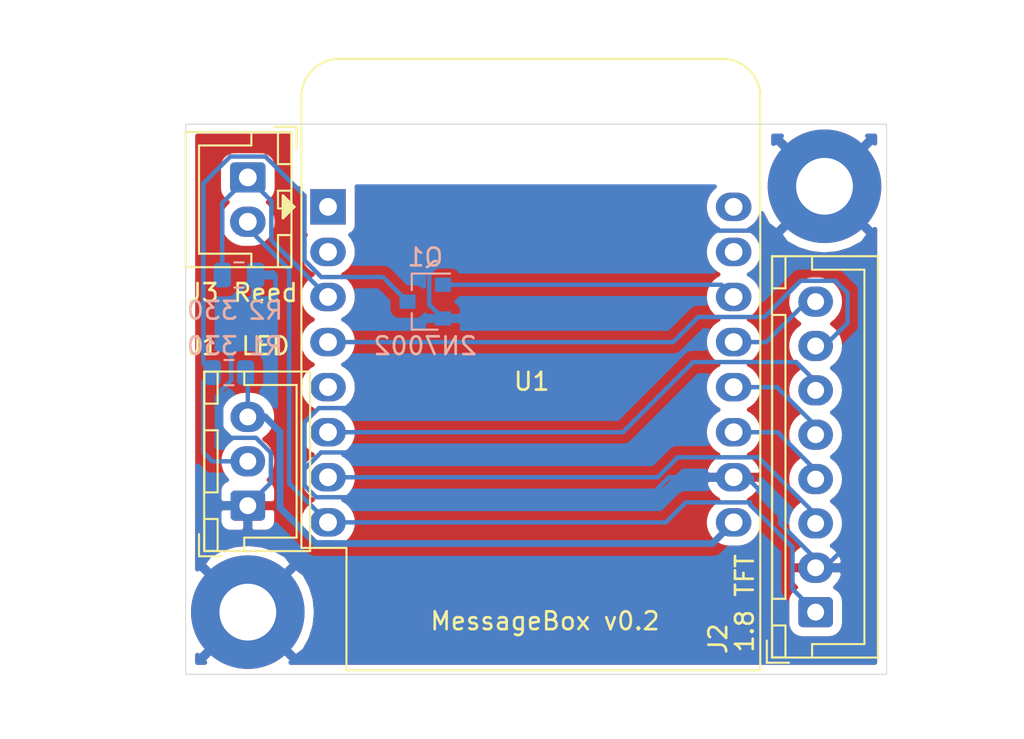
<source format=kicad_pcb>
(kicad_pcb (version 20171130) (host pcbnew 5.1.6)

  (general
    (thickness 1.6)
    (drawings 12)
    (tracks 101)
    (zones 0)
    (modules 9)
    (nets 18)
  )

  (page A4)
  (layers
    (0 F.Cu signal)
    (31 B.Cu signal hide)
    (32 B.Adhes user hide)
    (33 F.Adhes user)
    (34 B.Paste user hide)
    (35 F.Paste user hide)
    (36 B.SilkS user)
    (37 F.SilkS user)
    (38 B.Mask user)
    (39 F.Mask user hide)
    (40 Dwgs.User user)
    (41 Cmts.User user hide)
    (42 Eco1.User user hide)
    (43 Eco2.User user hide)
    (44 Edge.Cuts user)
    (45 Margin user hide)
    (46 B.CrtYd user)
    (47 F.CrtYd user)
    (48 B.Fab user hide)
    (49 F.Fab user)
  )

  (setup
    (last_trace_width 0.25)
    (user_trace_width 0.381)
    (trace_clearance 0.2)
    (zone_clearance 0.508)
    (zone_45_only no)
    (trace_min 0.2)
    (via_size 0.8)
    (via_drill 0.4)
    (via_min_size 0.4)
    (via_min_drill 0.3)
    (uvia_size 0.3)
    (uvia_drill 0.1)
    (uvias_allowed no)
    (uvia_min_size 0.2)
    (uvia_min_drill 0.1)
    (edge_width 0.05)
    (segment_width 0.2)
    (pcb_text_width 0.3)
    (pcb_text_size 1.5 1.5)
    (mod_edge_width 0.12)
    (mod_text_size 1 1)
    (mod_text_width 0.15)
    (pad_size 6.4 6.4)
    (pad_drill 3.2)
    (pad_to_mask_clearance 0.05)
    (aux_axis_origin 152 69)
    (grid_origin 152 69)
    (visible_elements FFFFFF7F)
    (pcbplotparams
      (layerselection 0x00020_7ffffffe)
      (usegerberextensions false)
      (usegerberattributes true)
      (usegerberadvancedattributes true)
      (creategerberjobfile true)
      (excludeedgelayer true)
      (linewidth 0.100000)
      (plotframeref false)
      (viasonmask false)
      (mode 1)
      (useauxorigin false)
      (hpglpennumber 1)
      (hpglpenspeed 20)
      (hpglpendiameter 15.000000)
      (psnegative false)
      (psa4output false)
      (plotreference false)
      (plotvalue false)
      (plotinvisibletext false)
      (padsonsilk false)
      (subtractmaskfromsilk false)
      (outputformat 5)
      (mirror false)
      (drillshape 2)
      (scaleselection 1)
      (outputdirectory "Gerber/"))
  )

  (net 0 "")
  (net 1 +3V3)
  (net 2 GND)
  (net 3 "Net-(U1-Pad16)")
  (net 4 "Net-(U1-Pad15)")
  (net 5 "Net-(U1-Pad1)")
  (net 6 "Net-(U1-Pad2)")
  (net 7 "Net-(U1-Pad5)")
  (net 8 "Net-(J1-Pad2)")
  (net 9 "Net-(Q1-Pad1)")
  (net 10 "Net-(J2-Pad8)")
  (net 11 "Net-(J2-Pad7)")
  (net 12 "Net-(J2-Pad6)")
  (net 13 "Net-(J2-Pad5)")
  (net 14 "Net-(J2-Pad4)")
  (net 15 "Net-(J2-Pad3)")
  (net 16 "Net-(J3-Pad1)")
  (net 17 "Net-(J1-Pad3)")

  (net_class Default "This is the default net class."
    (clearance 0.2)
    (trace_width 0.25)
    (via_dia 0.8)
    (via_drill 0.4)
    (uvia_dia 0.3)
    (uvia_drill 0.1)
    (add_net +3V3)
    (add_net GND)
    (add_net "Net-(J1-Pad2)")
    (add_net "Net-(J1-Pad3)")
    (add_net "Net-(J2-Pad3)")
    (add_net "Net-(J2-Pad4)")
    (add_net "Net-(J2-Pad5)")
    (add_net "Net-(J2-Pad6)")
    (add_net "Net-(J2-Pad7)")
    (add_net "Net-(J2-Pad8)")
    (add_net "Net-(J3-Pad1)")
    (add_net "Net-(Q1-Pad1)")
    (add_net "Net-(U1-Pad1)")
    (add_net "Net-(U1-Pad15)")
    (add_net "Net-(U1-Pad16)")
    (add_net "Net-(U1-Pad2)")
    (add_net "Net-(U1-Pad5)")
  )

  (module Connector_JST:JST_XH_B3B-XH-A_1x03_P2.50mm_Vertical (layer F.Cu) (tedit 5C28146C) (tstamp 5F4FF27C)
    (at 155.5 90.5 90)
    (descr "JST XH series connector, B3B-XH-A (http://www.jst-mfg.com/product/pdf/eng/eXH.pdf), generated with kicad-footprint-generator")
    (tags "connector JST XH vertical")
    (path /5F4FE989)
    (fp_text reference J1 (at 9 -2.5 180) (layer F.SilkS)
      (effects (font (size 1 1) (thickness 0.15)))
    )
    (fp_text value Conn_01x03_Female (at 2.5 4.6 90) (layer F.Fab)
      (effects (font (size 1 1) (thickness 0.15)))
    )
    (fp_line (start -2.85 -2.75) (end -2.85 -1.5) (layer F.SilkS) (width 0.12))
    (fp_line (start -1.6 -2.75) (end -2.85 -2.75) (layer F.SilkS) (width 0.12))
    (fp_line (start 6.8 2.75) (end 2.5 2.75) (layer F.SilkS) (width 0.12))
    (fp_line (start 6.8 -0.2) (end 6.8 2.75) (layer F.SilkS) (width 0.12))
    (fp_line (start 7.55 -0.2) (end 6.8 -0.2) (layer F.SilkS) (width 0.12))
    (fp_line (start -1.8 2.75) (end 2.5 2.75) (layer F.SilkS) (width 0.12))
    (fp_line (start -1.8 -0.2) (end -1.8 2.75) (layer F.SilkS) (width 0.12))
    (fp_line (start -2.55 -0.2) (end -1.8 -0.2) (layer F.SilkS) (width 0.12))
    (fp_line (start 7.55 -2.45) (end 5.75 -2.45) (layer F.SilkS) (width 0.12))
    (fp_line (start 7.55 -1.7) (end 7.55 -2.45) (layer F.SilkS) (width 0.12))
    (fp_line (start 5.75 -1.7) (end 7.55 -1.7) (layer F.SilkS) (width 0.12))
    (fp_line (start 5.75 -2.45) (end 5.75 -1.7) (layer F.SilkS) (width 0.12))
    (fp_line (start -0.75 -2.45) (end -2.55 -2.45) (layer F.SilkS) (width 0.12))
    (fp_line (start -0.75 -1.7) (end -0.75 -2.45) (layer F.SilkS) (width 0.12))
    (fp_line (start -2.55 -1.7) (end -0.75 -1.7) (layer F.SilkS) (width 0.12))
    (fp_line (start -2.55 -2.45) (end -2.55 -1.7) (layer F.SilkS) (width 0.12))
    (fp_line (start 4.25 -2.45) (end 0.75 -2.45) (layer F.SilkS) (width 0.12))
    (fp_line (start 4.25 -1.7) (end 4.25 -2.45) (layer F.SilkS) (width 0.12))
    (fp_line (start 0.75 -1.7) (end 4.25 -1.7) (layer F.SilkS) (width 0.12))
    (fp_line (start 0.75 -2.45) (end 0.75 -1.7) (layer F.SilkS) (width 0.12))
    (fp_line (start 0 -1.35) (end 0.625 -2.35) (layer F.Fab) (width 0.1))
    (fp_line (start -0.625 -2.35) (end 0 -1.35) (layer F.Fab) (width 0.1))
    (fp_line (start 7.95 -2.85) (end -2.95 -2.85) (layer F.CrtYd) (width 0.05))
    (fp_line (start 7.95 3.9) (end 7.95 -2.85) (layer F.CrtYd) (width 0.05))
    (fp_line (start -2.95 3.9) (end 7.95 3.9) (layer F.CrtYd) (width 0.05))
    (fp_line (start -2.95 -2.85) (end -2.95 3.9) (layer F.CrtYd) (width 0.05))
    (fp_line (start 7.56 -2.46) (end -2.56 -2.46) (layer F.SilkS) (width 0.12))
    (fp_line (start 7.56 3.51) (end 7.56 -2.46) (layer F.SilkS) (width 0.12))
    (fp_line (start -2.56 3.51) (end 7.56 3.51) (layer F.SilkS) (width 0.12))
    (fp_line (start -2.56 -2.46) (end -2.56 3.51) (layer F.SilkS) (width 0.12))
    (fp_line (start 7.45 -2.35) (end -2.45 -2.35) (layer F.Fab) (width 0.1))
    (fp_line (start 7.45 3.4) (end 7.45 -2.35) (layer F.Fab) (width 0.1))
    (fp_line (start -2.45 3.4) (end 7.45 3.4) (layer F.Fab) (width 0.1))
    (fp_line (start -2.45 -2.35) (end -2.45 3.4) (layer F.Fab) (width 0.1))
    (fp_text user %R (at 2.5 2.7 90) (layer F.Fab)
      (effects (font (size 1 1) (thickness 0.15)))
    )
    (pad 3 thru_hole oval (at 5 0 90) (size 1.7 1.95) (drill 0.95) (layers *.Cu *.Mask)
      (net 17 "Net-(J1-Pad3)"))
    (pad 2 thru_hole oval (at 2.5 0 90) (size 1.7 1.95) (drill 0.95) (layers *.Cu *.Mask)
      (net 8 "Net-(J1-Pad2)"))
    (pad 1 thru_hole roundrect (at 0 0 90) (size 1.7 1.95) (drill 0.95) (layers *.Cu *.Mask) (roundrect_rratio 0.147059)
      (net 2 GND))
    (model ${KISYS3DMOD}/Connector_JST.3dshapes/JST_XH_B3B-XH-A_1x03_P2.50mm_Vertical.wrl
      (at (xyz 0 0 0))
      (scale (xyz 1 1 1))
      (rotate (xyz 0 0 0))
    )
  )

  (module Connector_JST:JST_XH_B8B-XH-A_1x08_P2.50mm_Vertical (layer F.Cu) (tedit 5C28146C) (tstamp 5F2F3499)
    (at 187.5 96.5 90)
    (descr "JST XH series connector, B8B-XH-A (http://www.jst-mfg.com/product/pdf/eng/eXH.pdf), generated with kicad-footprint-generator")
    (tags "connector JST XH vertical")
    (path /5F255A16)
    (fp_text reference J2 (at -1.5 -5.5 90) (layer F.SilkS)
      (effects (font (size 1 1) (thickness 0.15)))
    )
    (fp_text value "1.8 TFT" (at 8.75 4.6 90) (layer F.Fab)
      (effects (font (size 1 1) (thickness 0.15)))
    )
    (fp_line (start -2.85 -2.75) (end -2.85 -1.5) (layer F.SilkS) (width 0.12))
    (fp_line (start -1.6 -2.75) (end -2.85 -2.75) (layer F.SilkS) (width 0.12))
    (fp_line (start 19.3 2.75) (end 8.75 2.75) (layer F.SilkS) (width 0.12))
    (fp_line (start 19.3 -0.2) (end 19.3 2.75) (layer F.SilkS) (width 0.12))
    (fp_line (start 20.05 -0.2) (end 19.3 -0.2) (layer F.SilkS) (width 0.12))
    (fp_line (start -1.8 2.75) (end 8.75 2.75) (layer F.SilkS) (width 0.12))
    (fp_line (start -1.8 -0.2) (end -1.8 2.75) (layer F.SilkS) (width 0.12))
    (fp_line (start -2.55 -0.2) (end -1.8 -0.2) (layer F.SilkS) (width 0.12))
    (fp_line (start 20.05 -2.45) (end 18.25 -2.45) (layer F.SilkS) (width 0.12))
    (fp_line (start 20.05 -1.7) (end 20.05 -2.45) (layer F.SilkS) (width 0.12))
    (fp_line (start 18.25 -1.7) (end 20.05 -1.7) (layer F.SilkS) (width 0.12))
    (fp_line (start 18.25 -2.45) (end 18.25 -1.7) (layer F.SilkS) (width 0.12))
    (fp_line (start -0.75 -2.45) (end -2.55 -2.45) (layer F.SilkS) (width 0.12))
    (fp_line (start -0.75 -1.7) (end -0.75 -2.45) (layer F.SilkS) (width 0.12))
    (fp_line (start -2.55 -1.7) (end -0.75 -1.7) (layer F.SilkS) (width 0.12))
    (fp_line (start -2.55 -2.45) (end -2.55 -1.7) (layer F.SilkS) (width 0.12))
    (fp_line (start 16.75 -2.45) (end 0.75 -2.45) (layer F.SilkS) (width 0.12))
    (fp_line (start 16.75 -1.7) (end 16.75 -2.45) (layer F.SilkS) (width 0.12))
    (fp_line (start 0.75 -1.7) (end 16.75 -1.7) (layer F.SilkS) (width 0.12))
    (fp_line (start 0.75 -2.45) (end 0.75 -1.7) (layer F.SilkS) (width 0.12))
    (fp_line (start 0 -1.35) (end 0.625 -2.35) (layer F.Fab) (width 0.1))
    (fp_line (start -0.625 -2.35) (end 0 -1.35) (layer F.Fab) (width 0.1))
    (fp_line (start 20.45 -2.85) (end -2.95 -2.85) (layer F.CrtYd) (width 0.05))
    (fp_line (start 20.45 3.9) (end 20.45 -2.85) (layer F.CrtYd) (width 0.05))
    (fp_line (start -2.95 3.9) (end 20.45 3.9) (layer F.CrtYd) (width 0.05))
    (fp_line (start -2.95 -2.85) (end -2.95 3.9) (layer F.CrtYd) (width 0.05))
    (fp_line (start 20.06 -2.46) (end -2.56 -2.46) (layer F.SilkS) (width 0.12))
    (fp_line (start 20.06 3.51) (end 20.06 -2.46) (layer F.SilkS) (width 0.12))
    (fp_line (start -2.56 3.51) (end 20.06 3.51) (layer F.SilkS) (width 0.12))
    (fp_line (start -2.56 -2.46) (end -2.56 3.51) (layer F.SilkS) (width 0.12))
    (fp_line (start 19.95 -2.35) (end -2.45 -2.35) (layer F.Fab) (width 0.1))
    (fp_line (start 19.95 3.4) (end 19.95 -2.35) (layer F.Fab) (width 0.1))
    (fp_line (start -2.45 3.4) (end 19.95 3.4) (layer F.Fab) (width 0.1))
    (fp_line (start -2.45 -2.35) (end -2.45 3.4) (layer F.Fab) (width 0.1))
    (fp_text user %R (at 8.75 2.7 90) (layer F.Fab)
      (effects (font (size 1 1) (thickness 0.15)))
    )
    (pad 8 thru_hole oval (at 17.5 0 90) (size 1.7 1.95) (drill 0.95) (layers *.Cu *.Mask)
      (net 10 "Net-(J2-Pad8)"))
    (pad 7 thru_hole oval (at 15 0 90) (size 1.7 1.95) (drill 0.95) (layers *.Cu *.Mask)
      (net 11 "Net-(J2-Pad7)"))
    (pad 6 thru_hole oval (at 12.5 0 90) (size 1.7 1.95) (drill 0.95) (layers *.Cu *.Mask)
      (net 12 "Net-(J2-Pad6)"))
    (pad 5 thru_hole oval (at 10 0 90) (size 1.7 1.95) (drill 0.95) (layers *.Cu *.Mask)
      (net 13 "Net-(J2-Pad5)"))
    (pad 4 thru_hole oval (at 7.5 0 90) (size 1.7 1.95) (drill 0.95) (layers *.Cu *.Mask)
      (net 14 "Net-(J2-Pad4)"))
    (pad 3 thru_hole oval (at 5 0 90) (size 1.7 1.95) (drill 0.95) (layers *.Cu *.Mask)
      (net 15 "Net-(J2-Pad3)"))
    (pad 2 thru_hole oval (at 2.5 0 90) (size 1.7 1.95) (drill 0.95) (layers *.Cu *.Mask)
      (net 2 GND))
    (pad 1 thru_hole roundrect (at 0 0 90) (size 1.7 1.95) (drill 0.95) (layers *.Cu *.Mask) (roundrect_rratio 0.147059)
      (net 1 +3V3))
    (model ${KISYS3DMOD}/Connector_JST.3dshapes/JST_XH_B8B-XH-A_1x08_P2.50mm_Vertical.wrl
      (at (xyz 0 0 0))
      (scale (xyz 1 1 1))
      (rotate (xyz 0 0 0))
    )
  )

  (module Module:WEMOS_D1_mini_light (layer F.Cu) (tedit 5BBFB1CE) (tstamp 5F2832F7)
    (at 160.02 73.66)
    (descr "16-pin module, column spacing 22.86 mm (900 mils), https://wiki.wemos.cc/products:d1:d1_mini, https://c1.staticflickr.com/1/734/31400410271_f278b087db_z.jpg")
    (tags "ESP8266 WiFi microcontroller")
    (path /5F2911C1)
    (fp_text reference U1 (at 11.48 9.84) (layer F.SilkS)
      (effects (font (size 1 1) (thickness 0.15)))
    )
    (fp_text value WeMos_D1_mini (at 11.7 0) (layer F.Fab)
      (effects (font (size 1 1) (thickness 0.15)))
    )
    (fp_line (start 1.04 26.12) (end 24.36 26.12) (layer F.SilkS) (width 0.12))
    (fp_line (start -1.5 19.22) (end -1.5 -6.21) (layer F.SilkS) (width 0.12))
    (fp_line (start 24.36 26.12) (end 24.36 -6.21) (layer F.SilkS) (width 0.12))
    (fp_line (start 22.24 -8.34) (end 0.63 -8.34) (layer F.SilkS) (width 0.12))
    (fp_line (start 1.17 25.99) (end 24.23 25.99) (layer F.Fab) (width 0.1))
    (fp_line (start 24.23 25.99) (end 24.23 -6.21) (layer F.Fab) (width 0.1))
    (fp_line (start 22.23 -8.21) (end 0.63 -8.21) (layer F.Fab) (width 0.1))
    (fp_line (start -1.37 1) (end -1.37 19.09) (layer F.Fab) (width 0.1))
    (fp_line (start -1.62 -8.46) (end 24.48 -8.46) (layer F.CrtYd) (width 0.05))
    (fp_line (start 24.48 -8.41) (end 24.48 26.24) (layer F.CrtYd) (width 0.05))
    (fp_line (start 24.48 26.24) (end -1.62 26.24) (layer F.CrtYd) (width 0.05))
    (fp_line (start -1.62 26.24) (end -1.62 -8.46) (layer F.CrtYd) (width 0.05))
    (fp_poly (pts (xy -2.54 -0.635) (xy -2.54 0.635) (xy -1.905 0)) (layer F.SilkS) (width 0.15))
    (fp_line (start -1.35 -1.4) (end 24.25 -1.4) (layer Dwgs.User) (width 0.1))
    (fp_line (start 24.25 -1.4) (end 24.25 -8.2) (layer Dwgs.User) (width 0.1))
    (fp_line (start 24.25 -8.2) (end -1.35 -8.2) (layer Dwgs.User) (width 0.1))
    (fp_line (start -1.35 -8.2) (end -1.35 -1.4) (layer Dwgs.User) (width 0.1))
    (fp_line (start -1.35 -1.4) (end 5.45 -8.2) (layer Dwgs.User) (width 0.1))
    (fp_line (start 0.65 -1.4) (end 7.45 -8.2) (layer Dwgs.User) (width 0.1))
    (fp_line (start 2.65 -1.4) (end 9.45 -8.2) (layer Dwgs.User) (width 0.1))
    (fp_line (start 4.65 -1.4) (end 11.45 -8.2) (layer Dwgs.User) (width 0.1))
    (fp_line (start 6.65 -1.4) (end 13.45 -8.2) (layer Dwgs.User) (width 0.1))
    (fp_line (start 8.65 -1.4) (end 15.45 -8.2) (layer Dwgs.User) (width 0.1))
    (fp_line (start 10.65 -1.4) (end 17.45 -8.2) (layer Dwgs.User) (width 0.1))
    (fp_line (start 12.65 -1.4) (end 19.45 -8.2) (layer Dwgs.User) (width 0.1))
    (fp_line (start 14.65 -1.4) (end 21.45 -8.2) (layer Dwgs.User) (width 0.1))
    (fp_line (start 16.65 -1.4) (end 23.45 -8.2) (layer Dwgs.User) (width 0.1))
    (fp_line (start 18.65 -1.4) (end 24.25 -7) (layer Dwgs.User) (width 0.1))
    (fp_line (start 20.65 -1.4) (end 24.25 -5) (layer Dwgs.User) (width 0.1))
    (fp_line (start 22.65 -1.4) (end 24.25 -3) (layer Dwgs.User) (width 0.1))
    (fp_line (start -1.35 -3.4) (end 3.45 -8.2) (layer Dwgs.User) (width 0.1))
    (fp_line (start -1.3 -5.45) (end 1.45 -8.2) (layer Dwgs.User) (width 0.1))
    (fp_line (start -1.35 -7.4) (end -0.55 -8.2) (layer Dwgs.User) (width 0.1))
    (fp_line (start -1.37 19.09) (end 1.17 19.09) (layer F.Fab) (width 0.1))
    (fp_line (start 1.17 19.09) (end 1.17 25.99) (layer F.Fab) (width 0.1))
    (fp_line (start -1.37 -6.21) (end -1.37 -1) (layer F.Fab) (width 0.1))
    (fp_line (start -1.37 1) (end -0.37 0) (layer F.Fab) (width 0.1))
    (fp_line (start -0.37 0) (end -1.37 -1) (layer F.Fab) (width 0.1))
    (fp_line (start -1.5 19.22) (end 1.04 19.22) (layer F.SilkS) (width 0.12))
    (fp_line (start 1.04 19.22) (end 1.04 26.12) (layer F.SilkS) (width 0.12))
    (fp_text user "No copper" (at 11.43 -3.81) (layer Cmts.User)
      (effects (font (size 1 1) (thickness 0.15)))
    )
    (fp_text user "KEEP OUT" (at 11.43 -6.35) (layer Cmts.User)
      (effects (font (size 1 1) (thickness 0.15)))
    )
    (fp_arc (start 22.23 -6.21) (end 24.36 -6.21) (angle -90) (layer F.SilkS) (width 0.12))
    (fp_arc (start 0.63 -6.21) (end 0.63 -8.34) (angle -90) (layer F.SilkS) (width 0.12))
    (fp_arc (start 22.23 -6.21) (end 24.23 -6.19) (angle -90) (layer F.Fab) (width 0.1))
    (fp_arc (start 0.63 -6.21) (end 0.63 -8.21) (angle -90) (layer F.Fab) (width 0.1))
    (fp_text user %R (at 11.43 10) (layer F.Fab)
      (effects (font (size 1 1) (thickness 0.15)))
    )
    (pad 16 thru_hole oval (at 22.86 0) (size 2 1.6) (drill 1) (layers *.Cu *.Mask)
      (net 3 "Net-(U1-Pad16)"))
    (pad 15 thru_hole oval (at 22.86 2.54) (size 2 1.6) (drill 1) (layers *.Cu *.Mask)
      (net 4 "Net-(U1-Pad15)"))
    (pad 14 thru_hole oval (at 22.86 5.08) (size 2 1.6) (drill 1) (layers *.Cu *.Mask)
      (net 9 "Net-(Q1-Pad1)"))
    (pad 13 thru_hole oval (at 22.86 7.62) (size 2 1.6) (drill 1) (layers *.Cu *.Mask)
      (net 10 "Net-(J2-Pad8)"))
    (pad 12 thru_hole oval (at 22.86 10.16) (size 2 1.6) (drill 1) (layers *.Cu *.Mask)
      (net 13 "Net-(J2-Pad5)"))
    (pad 11 thru_hole oval (at 22.86 12.7) (size 2 1.6) (drill 1) (layers *.Cu *.Mask)
      (net 14 "Net-(J2-Pad4)"))
    (pad 10 thru_hole oval (at 22.86 15.24) (size 2 1.6) (drill 1) (layers *.Cu *.Mask)
      (net 2 GND))
    (pad 9 thru_hole oval (at 22.86 17.78) (size 2 1.6) (drill 1) (layers *.Cu *.Mask)
      (net 17 "Net-(J1-Pad3)"))
    (pad 8 thru_hole oval (at 0 17.78) (size 2 1.6) (drill 1) (layers *.Cu *.Mask)
      (net 1 +3V3))
    (pad 7 thru_hole oval (at 0 15.24) (size 2 1.6) (drill 1) (layers *.Cu *.Mask)
      (net 15 "Net-(J2-Pad3)"))
    (pad 6 thru_hole oval (at 0 12.7) (size 2 1.6) (drill 1) (layers *.Cu *.Mask)
      (net 12 "Net-(J2-Pad6)"))
    (pad 5 thru_hole oval (at 0 10.16) (size 2 1.6) (drill 1) (layers *.Cu *.Mask)
      (net 7 "Net-(U1-Pad5)"))
    (pad 4 thru_hole oval (at 0 7.62) (size 2 1.6) (drill 1) (layers *.Cu *.Mask)
      (net 11 "Net-(J2-Pad7)"))
    (pad 3 thru_hole oval (at 0 5.08) (size 2 1.6) (drill 1) (layers *.Cu *.Mask)
      (net 16 "Net-(J3-Pad1)"))
    (pad 1 thru_hole rect (at 0 0) (size 2 2) (drill 1) (layers *.Cu *.Mask)
      (net 5 "Net-(U1-Pad1)"))
    (pad 2 thru_hole oval (at 0 2.54) (size 2 1.6) (drill 1) (layers *.Cu *.Mask)
      (net 6 "Net-(U1-Pad2)"))
    (model ${KISYS3DMOD}/Connector_PinHeader_2.54mm.3dshapes/PinHeader_1x08_P2.54mm_Vertical.wrl
      (offset (xyz 0 0 9.5))
      (scale (xyz 1 1 1))
      (rotate (xyz 0 -180 0))
    )
    (model ${KISYS3DMOD}/Connector_PinHeader_2.54mm.3dshapes/PinHeader_1x08_P2.54mm_Vertical.wrl
      (offset (xyz 22.86 0 9.5))
      (scale (xyz 1 1 1))
      (rotate (xyz 0 -180 0))
    )
    (model ${KISYS3DMOD}/Connector_PinSocket_2.54mm.3dshapes/PinSocket_1x08_P2.54mm_Vertical.wrl
      (at (xyz 0 0 0))
      (scale (xyz 1 1 1))
      (rotate (xyz 0 0 0))
    )
    (model ${KISYS3DMOD}/Connector_PinSocket_2.54mm.3dshapes/PinSocket_1x08_P2.54mm_Vertical.wrl
      (offset (xyz 22.86 0 0))
      (scale (xyz 1 1 1))
      (rotate (xyz 0 0 0))
    )
    (model /home/dburnsii/Downloads/wemos-d1-mini-kicad-master/3dshapes/wemos_d1_mini.3dshapes/d1_mini_shield.wrl
      (offset (xyz 24.5 -27 11))
      (scale (xyz 0.4 0.4 0.4))
      (rotate (xyz 0 180 0))
    )
  )

  (module Resistor_SMD:R_0805_2012Metric (layer B.Cu) (tedit 5B36C52B) (tstamp 5F5065D4)
    (at 154.4375 83)
    (descr "Resistor SMD 0805 (2012 Metric), square (rectangular) end terminal, IPC_7351 nominal, (Body size source: https://docs.google.com/spreadsheets/d/1BsfQQcO9C6DZCsRaXUlFlo91Tg2WpOkGARC1WS5S8t0/edit?usp=sharing), generated with kicad-footprint-generator")
    (tags resistor)
    (path /5F502259)
    (attr smd)
    (fp_text reference R1 (at 2.0625 -1.5) (layer B.SilkS)
      (effects (font (size 1 1) (thickness 0.15)) (justify mirror))
    )
    (fp_text value 330 (at -0.9375 -1.5) (layer B.SilkS)
      (effects (font (size 1 1) (thickness 0.15)) (justify mirror))
    )
    (fp_line (start 1.68 -0.95) (end -1.68 -0.95) (layer B.CrtYd) (width 0.05))
    (fp_line (start 1.68 0.95) (end 1.68 -0.95) (layer B.CrtYd) (width 0.05))
    (fp_line (start -1.68 0.95) (end 1.68 0.95) (layer B.CrtYd) (width 0.05))
    (fp_line (start -1.68 -0.95) (end -1.68 0.95) (layer B.CrtYd) (width 0.05))
    (fp_line (start -0.258578 -0.71) (end 0.258578 -0.71) (layer B.SilkS) (width 0.12))
    (fp_line (start -0.258578 0.71) (end 0.258578 0.71) (layer B.SilkS) (width 0.12))
    (fp_line (start 1 -0.6) (end -1 -0.6) (layer B.Fab) (width 0.1))
    (fp_line (start 1 0.6) (end 1 -0.6) (layer B.Fab) (width 0.1))
    (fp_line (start -1 0.6) (end 1 0.6) (layer B.Fab) (width 0.1))
    (fp_line (start -1 -0.6) (end -1 0.6) (layer B.Fab) (width 0.1))
    (fp_text user %R (at 0 0) (layer B.Fab)
      (effects (font (size 0.5 0.5) (thickness 0.08)) (justify mirror))
    )
    (pad 2 smd roundrect (at 0.9375 0) (size 0.975 1.4) (layers B.Cu B.Paste B.Mask) (roundrect_rratio 0.25)
      (net 17 "Net-(J1-Pad3)"))
    (pad 1 smd roundrect (at -0.9375 0) (size 0.975 1.4) (layers B.Cu B.Paste B.Mask) (roundrect_rratio 0.25)
      (net 8 "Net-(J1-Pad2)"))
    (model ${KISYS3DMOD}/Resistor_SMD.3dshapes/R_0805_2012Metric.wrl
      (at (xyz 0 0 0))
      (scale (xyz 1 1 1))
      (rotate (xyz 0 0 0))
    )
  )

  (module Connector_JST:JST_XH_B2B-XH-A_1x02_P2.50mm_Vertical (layer F.Cu) (tedit 5C28146C) (tstamp 5F2FA2D4)
    (at 155.5 72 270)
    (descr "JST XH series connector, B2B-XH-A (http://www.jst-mfg.com/product/pdf/eng/eXH.pdf), generated with kicad-footprint-generator")
    (tags "connector JST XH vertical")
    (path /5F256897)
    (fp_text reference J3 (at 6.5 2.5 180) (layer F.SilkS)
      (effects (font (size 1 1) (thickness 0.15)))
    )
    (fp_text value "Reed Switch" (at 1.25 4.6 90) (layer F.Fab)
      (effects (font (size 1 1) (thickness 0.15)))
    )
    (fp_line (start -2.85 -2.75) (end -2.85 -1.5) (layer F.SilkS) (width 0.12))
    (fp_line (start -1.6 -2.75) (end -2.85 -2.75) (layer F.SilkS) (width 0.12))
    (fp_line (start 4.3 2.75) (end 1.25 2.75) (layer F.SilkS) (width 0.12))
    (fp_line (start 4.3 -0.2) (end 4.3 2.75) (layer F.SilkS) (width 0.12))
    (fp_line (start 5.05 -0.2) (end 4.3 -0.2) (layer F.SilkS) (width 0.12))
    (fp_line (start -1.8 2.75) (end 1.25 2.75) (layer F.SilkS) (width 0.12))
    (fp_line (start -1.8 -0.2) (end -1.8 2.75) (layer F.SilkS) (width 0.12))
    (fp_line (start -2.55 -0.2) (end -1.8 -0.2) (layer F.SilkS) (width 0.12))
    (fp_line (start 5.05 -2.45) (end 3.25 -2.45) (layer F.SilkS) (width 0.12))
    (fp_line (start 5.05 -1.7) (end 5.05 -2.45) (layer F.SilkS) (width 0.12))
    (fp_line (start 3.25 -1.7) (end 5.05 -1.7) (layer F.SilkS) (width 0.12))
    (fp_line (start 3.25 -2.45) (end 3.25 -1.7) (layer F.SilkS) (width 0.12))
    (fp_line (start -0.75 -2.45) (end -2.55 -2.45) (layer F.SilkS) (width 0.12))
    (fp_line (start -0.75 -1.7) (end -0.75 -2.45) (layer F.SilkS) (width 0.12))
    (fp_line (start -2.55 -1.7) (end -0.75 -1.7) (layer F.SilkS) (width 0.12))
    (fp_line (start -2.55 -2.45) (end -2.55 -1.7) (layer F.SilkS) (width 0.12))
    (fp_line (start 1.75 -2.45) (end 0.75 -2.45) (layer F.SilkS) (width 0.12))
    (fp_line (start 1.75 -1.7) (end 1.75 -2.45) (layer F.SilkS) (width 0.12))
    (fp_line (start 0.75 -1.7) (end 1.75 -1.7) (layer F.SilkS) (width 0.12))
    (fp_line (start 0.75 -2.45) (end 0.75 -1.7) (layer F.SilkS) (width 0.12))
    (fp_line (start 0 -1.35) (end 0.625 -2.35) (layer F.Fab) (width 0.1))
    (fp_line (start -0.625 -2.35) (end 0 -1.35) (layer F.Fab) (width 0.1))
    (fp_line (start 5.45 -2.85) (end -2.95 -2.85) (layer F.CrtYd) (width 0.05))
    (fp_line (start 5.45 3.9) (end 5.45 -2.85) (layer F.CrtYd) (width 0.05))
    (fp_line (start -2.95 3.9) (end 5.45 3.9) (layer F.CrtYd) (width 0.05))
    (fp_line (start -2.95 -2.85) (end -2.95 3.9) (layer F.CrtYd) (width 0.05))
    (fp_line (start 5.06 -2.46) (end -2.56 -2.46) (layer F.SilkS) (width 0.12))
    (fp_line (start 5.06 3.51) (end 5.06 -2.46) (layer F.SilkS) (width 0.12))
    (fp_line (start -2.56 3.51) (end 5.06 3.51) (layer F.SilkS) (width 0.12))
    (fp_line (start -2.56 -2.46) (end -2.56 3.51) (layer F.SilkS) (width 0.12))
    (fp_line (start 4.95 -2.35) (end -2.45 -2.35) (layer F.Fab) (width 0.1))
    (fp_line (start 4.95 3.4) (end 4.95 -2.35) (layer F.Fab) (width 0.1))
    (fp_line (start -2.45 3.4) (end 4.95 3.4) (layer F.Fab) (width 0.1))
    (fp_line (start -2.45 -2.35) (end -2.45 3.4) (layer F.Fab) (width 0.1))
    (fp_text user %R (at 1.25 2.7 90) (layer F.Fab)
      (effects (font (size 1 1) (thickness 0.15)))
    )
    (pad 2 thru_hole oval (at 2.5 0 270) (size 1.7 2) (drill 1) (layers *.Cu *.Mask)
      (net 1 +3V3))
    (pad 1 thru_hole roundrect (at 0 0 270) (size 1.7 2) (drill 1) (layers *.Cu *.Mask) (roundrect_rratio 0.147059)
      (net 16 "Net-(J3-Pad1)"))
    (model ${KISYS3DMOD}/Connector_JST.3dshapes/JST_XH_B2B-XH-A_1x02_P2.50mm_Vertical.wrl
      (at (xyz 0 0 0))
      (scale (xyz 1 1 1))
      (rotate (xyz 0 0 0))
    )
  )

  (module Package_TO_SOT_SMD:SOT-23 (layer B.Cu) (tedit 5A02FF57) (tstamp 5F506AB4)
    (at 165.5 79 180)
    (descr "SOT-23, Standard")
    (tags SOT-23)
    (path /5F50EED6)
    (attr smd)
    (fp_text reference Q1 (at 0 2.5) (layer B.SilkS)
      (effects (font (size 1 1) (thickness 0.15)) (justify mirror))
    )
    (fp_text value 2N7002 (at 0 -2.5) (layer B.SilkS)
      (effects (font (size 1 1) (thickness 0.15)) (justify mirror))
    )
    (fp_line (start 0.76 -1.58) (end -0.7 -1.58) (layer B.SilkS) (width 0.12))
    (fp_line (start 0.76 1.58) (end -1.4 1.58) (layer B.SilkS) (width 0.12))
    (fp_line (start -1.7 -1.75) (end -1.7 1.75) (layer B.CrtYd) (width 0.05))
    (fp_line (start 1.7 -1.75) (end -1.7 -1.75) (layer B.CrtYd) (width 0.05))
    (fp_line (start 1.7 1.75) (end 1.7 -1.75) (layer B.CrtYd) (width 0.05))
    (fp_line (start -1.7 1.75) (end 1.7 1.75) (layer B.CrtYd) (width 0.05))
    (fp_line (start 0.76 1.58) (end 0.76 0.65) (layer B.SilkS) (width 0.12))
    (fp_line (start 0.76 -1.58) (end 0.76 -0.65) (layer B.SilkS) (width 0.12))
    (fp_line (start -0.7 -1.52) (end 0.7 -1.52) (layer B.Fab) (width 0.1))
    (fp_line (start 0.7 1.52) (end 0.7 -1.52) (layer B.Fab) (width 0.1))
    (fp_line (start -0.7 0.95) (end -0.15 1.52) (layer B.Fab) (width 0.1))
    (fp_line (start -0.15 1.52) (end 0.7 1.52) (layer B.Fab) (width 0.1))
    (fp_line (start -0.7 0.95) (end -0.7 -1.5) (layer B.Fab) (width 0.1))
    (fp_text user %R (at 0 0 270) (layer B.Fab)
      (effects (font (size 0.5 0.5) (thickness 0.075)) (justify mirror))
    )
    (pad 3 smd rect (at 1 0 180) (size 0.9 0.8) (layers B.Cu B.Paste B.Mask)
      (net 8 "Net-(J1-Pad2)"))
    (pad 2 smd rect (at -1 -0.95 180) (size 0.9 0.8) (layers B.Cu B.Paste B.Mask)
      (net 2 GND))
    (pad 1 smd rect (at -1 0.95 180) (size 0.9 0.8) (layers B.Cu B.Paste B.Mask)
      (net 9 "Net-(Q1-Pad1)"))
    (model ${KISYS3DMOD}/Package_TO_SOT_SMD.3dshapes/SOT-23.wrl
      (at (xyz 0 0 0))
      (scale (xyz 1 1 1))
      (rotate (xyz 0 0 0))
    )
  )

  (module MountingHole:MountingHole_3.2mm_M3_Pad (layer F.Cu) (tedit 5F4FE0F6) (tstamp 5F2FA78F)
    (at 188 72.5)
    (descr "Mounting Hole 3.2mm, M3")
    (tags "mounting hole 3.2mm m3")
    (attr virtual)
    (fp_text reference REF** (at 0 -4.2) (layer F.SilkS) hide
      (effects (font (size 1 1) (thickness 0.15)))
    )
    (fp_text value MountingHole_3.2mm_M3_Pad (at 0 4.2) (layer F.Fab)
      (effects (font (size 1 1) (thickness 0.15)))
    )
    (fp_circle (center 0 0) (end 3.45 0) (layer F.CrtYd) (width 0.05))
    (fp_circle (center 0 0) (end 3.2 0) (layer Cmts.User) (width 0.15))
    (fp_text user %R (at 0.3 0) (layer F.Fab)
      (effects (font (size 1 1) (thickness 0.15)))
    )
    (pad 1 thru_hole circle (at 0 0) (size 6.4 6.4) (drill 3.2) (layers *.Cu *.Mask)
      (net 2 GND))
  )

  (module MountingHole:MountingHole_3.2mm_M3_Pad (layer F.Cu) (tedit 5F4FE00B) (tstamp 5F2FA5CC)
    (at 155.5 96.5)
    (descr "Mounting Hole 3.2mm, M3")
    (tags "mounting hole 3.2mm m3")
    (attr virtual)
    (fp_text reference "" (at 1 -12) (layer F.SilkS) hide
      (effects (font (size 1 1) (thickness 0.15)))
    )
    (fp_text value MountingHole_3.2mm_M3_Pad (at 0 4.2) (layer F.Fab)
      (effects (font (size 1 1) (thickness 0.15)))
    )
    (fp_circle (center 0 0) (end 3.45 0) (layer F.CrtYd) (width 0.05))
    (fp_circle (center 0 0) (end 3.2 0) (layer Cmts.User) (width 0.15))
    (fp_text user %R (at 0.3 0) (layer F.Fab)
      (effects (font (size 1 1) (thickness 0.15)))
    )
    (pad 1 thru_hole circle (at 0 0) (size 6.4 6.4) (drill 3.2) (layers *.Cu *.Mask)
      (net 2 GND))
  )

  (module Resistor_SMD:R_0805_2012Metric (layer B.Cu) (tedit 5B36C52B) (tstamp 5F28316F)
    (at 155 77.5 180)
    (descr "Resistor SMD 0805 (2012 Metric), square (rectangular) end terminal, IPC_7351 nominal, (Body size source: https://docs.google.com/spreadsheets/d/1BsfQQcO9C6DZCsRaXUlFlo91Tg2WpOkGARC1WS5S8t0/edit?usp=sharing), generated with kicad-footprint-generator")
    (tags resistor)
    (path /5F2741D8)
    (attr smd)
    (fp_text reference R2 (at -1.5 -2) (layer B.SilkS)
      (effects (font (size 1 1) (thickness 0.15)) (justify mirror))
    )
    (fp_text value 330 (at 1.5 -2) (layer B.SilkS)
      (effects (font (size 1 1) (thickness 0.15)) (justify mirror))
    )
    (fp_line (start -1 -0.6) (end -1 0.6) (layer B.Fab) (width 0.1))
    (fp_line (start -1 0.6) (end 1 0.6) (layer B.Fab) (width 0.1))
    (fp_line (start 1 0.6) (end 1 -0.6) (layer B.Fab) (width 0.1))
    (fp_line (start 1 -0.6) (end -1 -0.6) (layer B.Fab) (width 0.1))
    (fp_line (start -0.258578 0.71) (end 0.258578 0.71) (layer B.SilkS) (width 0.12))
    (fp_line (start -0.258578 -0.71) (end 0.258578 -0.71) (layer B.SilkS) (width 0.12))
    (fp_line (start -1.68 -0.95) (end -1.68 0.95) (layer B.CrtYd) (width 0.05))
    (fp_line (start -1.68 0.95) (end 1.68 0.95) (layer B.CrtYd) (width 0.05))
    (fp_line (start 1.68 0.95) (end 1.68 -0.95) (layer B.CrtYd) (width 0.05))
    (fp_line (start 1.68 -0.95) (end -1.68 -0.95) (layer B.CrtYd) (width 0.05))
    (fp_text user %R (at 0 0) (layer B.Fab)
      (effects (font (size 0.5 0.5) (thickness 0.08)) (justify mirror))
    )
    (pad 2 smd roundrect (at 0.9375 0 180) (size 0.975 1.4) (layers B.Cu B.Paste B.Mask) (roundrect_rratio 0.25)
      (net 16 "Net-(J3-Pad1)"))
    (pad 1 smd roundrect (at -0.9375 0 180) (size 0.975 1.4) (layers B.Cu B.Paste B.Mask) (roundrect_rratio 0.25)
      (net 2 GND))
    (model ${KISYS3DMOD}/Resistor_SMD.3dshapes/R_0805_2012Metric.wrl
      (at (xyz 0 0 0))
      (scale (xyz 1 1 1))
      (rotate (xyz 0 0 0))
    )
  )

  (gr_text Reed (at 156.5 78.5) (layer F.SilkS)
    (effects (font (size 1 1) (thickness 0.15)))
  )
  (dimension 3.5 (width 0.15) (layer Dwgs.User)
    (gr_text "3.500 mm" (at 195.3 70.75 90) (layer Dwgs.User)
      (effects (font (size 1 1) (thickness 0.15)))
    )
    (feature1 (pts (xy 188 69) (xy 194.586421 69)))
    (feature2 (pts (xy 188 72.5) (xy 194.586421 72.5)))
    (crossbar (pts (xy 194 72.5) (xy 194 69)))
    (arrow1a (pts (xy 194 69) (xy 194.586421 70.126504)))
    (arrow1b (pts (xy 194 69) (xy 193.413579 70.126504)))
    (arrow2a (pts (xy 194 72.5) (xy 194.586421 71.373496)))
    (arrow2b (pts (xy 194 72.5) (xy 193.413579 71.373496)))
  )
  (dimension 3.5 (width 0.15) (layer Dwgs.User)
    (gr_text "3.500 mm" (at 153.75 104.3) (layer Dwgs.User)
      (effects (font (size 1 1) (thickness 0.15)))
    )
    (feature1 (pts (xy 152 96.5) (xy 152 103.586421)))
    (feature2 (pts (xy 155.5 96.5) (xy 155.5 103.586421)))
    (crossbar (pts (xy 155.5 103) (xy 152 103)))
    (arrow1a (pts (xy 152 103) (xy 153.126504 102.413579)))
    (arrow1b (pts (xy 152 103) (xy 153.126504 103.586421)))
    (arrow2a (pts (xy 155.5 103) (xy 154.373496 102.413579)))
    (arrow2b (pts (xy 155.5 103) (xy 154.373496 103.586421)))
  )
  (dimension 39.5 (width 0.15) (layer Dwgs.User)
    (gr_text "39.500 mm" (at 171.75 62.7) (layer Dwgs.User)
      (effects (font (size 1 1) (thickness 0.15)))
    )
    (feature1 (pts (xy 191.5 69) (xy 191.5 63.413579)))
    (feature2 (pts (xy 152 69) (xy 152 63.413579)))
    (crossbar (pts (xy 152 64) (xy 191.5 64)))
    (arrow1a (pts (xy 191.5 64) (xy 190.373496 64.586421)))
    (arrow1b (pts (xy 191.5 64) (xy 190.373496 63.413579)))
    (arrow2a (pts (xy 152 64) (xy 153.126504 64.586421)))
    (arrow2b (pts (xy 152 64) (xy 153.126504 63.413579)))
  )
  (dimension 31 (width 0.15) (layer Dwgs.User)
    (gr_text "31.000 mm" (at 145.2 84.5 270) (layer Dwgs.User)
      (effects (font (size 1 1) (thickness 0.15)))
    )
    (feature1 (pts (xy 152 100) (xy 145.913579 100)))
    (feature2 (pts (xy 152 69) (xy 145.913579 69)))
    (crossbar (pts (xy 146.5 69) (xy 146.5 100)))
    (arrow1a (pts (xy 146.5 100) (xy 145.913579 98.873496)))
    (arrow1b (pts (xy 146.5 100) (xy 147.086421 98.873496)))
    (arrow2a (pts (xy 146.5 69) (xy 145.913579 70.126504)))
    (arrow2b (pts (xy 146.5 69) (xy 147.086421 70.126504)))
  )
  (gr_text "1.8 TFT" (at 183.5 96 90) (layer F.SilkS) (tstamp 5F283424)
    (effects (font (size 1 1) (thickness 0.15)))
  )
  (gr_text LED (at 156.5 81.5) (layer F.SilkS) (tstamp 5F2831B4)
    (effects (font (size 1 1) (thickness 0.15)))
  )
  (gr_text "MessageBox v0.2" (at 172.25 97) (layer F.SilkS) (tstamp 5F2831AE)
    (effects (font (size 1 1) (thickness 0.15)))
  )
  (gr_line (start 152 69) (end 152 100) (layer Edge.Cuts) (width 0.05) (tstamp 5F283412))
  (gr_line (start 191.5 69) (end 152 69) (layer Edge.Cuts) (width 0.05) (tstamp 5F283418))
  (gr_line (start 191.5 100) (end 191.5 69) (layer Edge.Cuts) (width 0.05) (tstamp 5F2831AB))
  (gr_line (start 152 100) (end 191.5 100) (layer Edge.Cuts) (width 0.05) (tstamp 5F2831A8))

  (segment (start 159.98 91.4) (end 160.02 91.44) (width 0.25) (layer B.Cu) (net 1) (tstamp 5F283391))
  (segment (start 159.58 91) (end 160.02 91.44) (width 0.25) (layer B.Cu) (net 1))
  (segment (start 160.02 91.44) (end 179.06 91.44) (width 0.25) (layer B.Cu) (net 1))
  (segment (start 180.18501 90.31499) (end 183.81499 90.31499) (width 0.25) (layer B.Cu) (net 1))
  (segment (start 179.06 91.44) (end 180.18501 90.31499) (width 0.25) (layer B.Cu) (net 1))
  (segment (start 186.19999 92.8364) (end 186.19999 95.19999) (width 0.25) (layer B.Cu) (net 1))
  (segment (start 183.81499 90.4514) (end 186.19999 92.8364) (width 0.25) (layer B.Cu) (net 1))
  (segment (start 186.19999 95.19999) (end 187.5 96.5) (width 0.25) (layer B.Cu) (net 1))
  (segment (start 183.81499 90.31499) (end 183.81499 90.4514) (width 0.25) (layer B.Cu) (net 1))
  (segment (start 155.5 74.85641) (end 155.5 74.5) (width 0.25) (layer B.Cu) (net 1))
  (segment (start 157.83103 77.18744) (end 155.5 74.85641) (width 0.25) (layer B.Cu) (net 1))
  (segment (start 157.83103 89.25103) (end 157.83103 77.18744) (width 0.25) (layer B.Cu) (net 1))
  (segment (start 160.02 91.44) (end 157.83103 89.25103) (width 0.25) (layer B.Cu) (net 1))
  (segment (start 188.286715 75) (end 187.536715 75) (width 0.25) (layer B.Cu) (net 2))
  (segment (start 165.724999 77.389999) (end 165.724999 79.174999) (width 0.25) (layer B.Cu) (net 2))
  (segment (start 165.724999 79.174999) (end 166.5 79.95) (width 0.25) (layer B.Cu) (net 2))
  (segment (start 182.88 88.9) (end 183.9 88.9) (width 0.25) (layer B.Cu) (net 2))
  (segment (start 188 94) (end 190 92) (width 0.25) (layer B.Cu) (net 2))
  (segment (start 186.025001 76.5) (end 186.025001 76.025001) (width 0.25) (layer B.Cu) (net 2))
  (segment (start 183.9 88.9) (end 183.9 89.186715) (width 0.25) (layer B.Cu) (net 2))
  (segment (start 190 92) (end 190 77.5) (width 0.25) (layer B.Cu) (net 2))
  (segment (start 189 76.5) (end 186.025001 76.5) (width 0.25) (layer B.Cu) (net 2))
  (segment (start 183.9 89.186715) (end 185.5 90.786715) (width 0.25) (layer B.Cu) (net 2))
  (segment (start 190 77.5) (end 189 76.5) (width 0.25) (layer B.Cu) (net 2))
  (segment (start 185.5 90.786715) (end 185.5 91.5) (width 0.25) (layer B.Cu) (net 2))
  (segment (start 168.114998 75) (end 165.724999 77.389999) (width 0.25) (layer B.Cu) (net 2))
  (segment (start 185.5 91.5) (end 188 94) (width 0.25) (layer B.Cu) (net 2))
  (segment (start 186.025001 76.025001) (end 185 75) (width 0.25) (layer B.Cu) (net 2))
  (segment (start 185 75) (end 168.114998 75) (width 0.25) (layer B.Cu) (net 2))
  (segment (start 156.80001 89.19999) (end 156.80001 87.513295) (width 0.25) (layer B.Cu) (net 2))
  (segment (start 155.5 90.5) (end 156.80001 89.19999) (width 0.25) (layer B.Cu) (net 2))
  (segment (start 156.80001 87.513295) (end 155.961725 86.67501) (width 0.25) (layer B.Cu) (net 2))
  (segment (start 154.53682 86.67501) (end 154 86.13819) (width 0.25) (layer B.Cu) (net 2))
  (segment (start 155.961725 86.67501) (end 154.53682 86.67501) (width 0.25) (layer B.Cu) (net 2))
  (segment (start 154.56249 83.44186) (end 154.56249 78.87501) (width 0.25) (layer B.Cu) (net 2))
  (segment (start 154 84.00435) (end 154.56249 83.44186) (width 0.25) (layer B.Cu) (net 2))
  (segment (start 154.56249 78.87501) (end 155.9375 77.5) (width 0.25) (layer B.Cu) (net 2))
  (segment (start 154 86.13819) (end 154 84.00435) (width 0.25) (layer B.Cu) (net 2))
  (segment (start 158.69499 88.434006) (end 159.628996 87.5) (width 0.25) (layer B.Cu) (net 2))
  (segment (start 158.69499 89.365994) (end 158.69499 88.434006) (width 0.25) (layer B.Cu) (net 2))
  (segment (start 159.354006 90.02501) (end 158.69499 89.365994) (width 0.25) (layer B.Cu) (net 2))
  (segment (start 178.1114 90.02501) (end 159.354006 90.02501) (width 0.25) (layer B.Cu) (net 2))
  (segment (start 179.23641 88.9) (end 178.1114 90.02501) (width 0.25) (layer B.Cu) (net 2))
  (segment (start 182.88 88.9) (end 179.23641 88.9) (width 0.25) (layer B.Cu) (net 2))
  (segment (start 159.628996 87.5) (end 161.5 87.5) (width 0.25) (layer B.Cu) (net 2))
  (segment (start 158.69499 85.80501) (end 159.5 85) (width 0.25) (layer B.Cu) (net 2))
  (segment (start 158.69499 88.434006) (end 158.69499 85.80501) (width 0.25) (layer B.Cu) (net 2))
  (segment (start 159.5 85) (end 163 85) (width 0.25) (layer B.Cu) (net 2))
  (segment (start 163.11499 77.61499) (end 164.5 79) (width 0.25) (layer B.Cu) (net 8))
  (segment (start 158.694999 76.666003) (end 159.643986 77.61499) (width 0.25) (layer B.Cu) (net 8))
  (segment (start 158.694999 73.031809) (end 158.694999 76.666003) (width 0.25) (layer B.Cu) (net 8))
  (segment (start 154.51182 70.82499) (end 156.48818 70.82499) (width 0.25) (layer B.Cu) (net 8))
  (segment (start 156.48818 70.82499) (end 158.694999 73.031809) (width 0.25) (layer B.Cu) (net 8))
  (segment (start 153 72.33681) (end 154.51182 70.82499) (width 0.25) (layer B.Cu) (net 8))
  (segment (start 153 82.5) (end 153 72.33681) (width 0.25) (layer B.Cu) (net 8))
  (segment (start 159.643986 77.61499) (end 163.11499 77.61499) (width 0.25) (layer B.Cu) (net 8))
  (segment (start 153.5 83) (end 153 82.5) (width 0.25) (layer B.Cu) (net 8))
  (segment (start 155.5 88) (end 153.5 88) (width 0.25) (layer B.Cu) (net 8))
  (segment (start 153.5 88) (end 153 87.5) (width 0.25) (layer B.Cu) (net 8))
  (segment (start 153 83.5) (end 153.5 83) (width 0.25) (layer B.Cu) (net 8))
  (segment (start 153 87.5) (end 153 83.5) (width 0.25) (layer B.Cu) (net 8))
  (segment (start 182.19 78.05) (end 182.88 78.74) (width 0.25) (layer B.Cu) (net 9))
  (segment (start 166.5 78.05) (end 182.19 78.05) (width 0.25) (layer B.Cu) (net 9))
  (segment (start 187 79) (end 188 79) (width 0.25) (layer B.Cu) (net 10))
  (segment (start 184.72 81.28) (end 187 79) (width 0.25) (layer B.Cu) (net 10))
  (segment (start 182.88 81.28) (end 184.72 81.28) (width 0.25) (layer B.Cu) (net 10))
  (segment (start 189.30001 80.19999) (end 188 81.5) (width 0.25) (layer B.Cu) (net 11))
  (segment (start 186.65503 77.82499) (end 188.611705 77.82499) (width 0.25) (layer B.Cu) (net 11))
  (segment (start 189.30001 78.513295) (end 189.30001 80.19999) (width 0.25) (layer B.Cu) (net 11))
  (segment (start 188.611705 77.82499) (end 189.30001 78.513295) (width 0.25) (layer B.Cu) (net 11))
  (segment (start 180.88499 79.86501) (end 184.61501 79.86501) (width 0.25) (layer B.Cu) (net 11))
  (segment (start 179.47 81.28) (end 180.88499 79.86501) (width 0.25) (layer B.Cu) (net 11))
  (segment (start 184.61501 79.86501) (end 186.65503 77.82499) (width 0.25) (layer B.Cu) (net 11))
  (segment (start 160.02 81.28) (end 179.47 81.28) (width 0.25) (layer B.Cu) (net 11))
  (segment (start 176.64 86.36) (end 180.59499 82.40501) (width 0.25) (layer B.Cu) (net 12))
  (segment (start 160.02 86.36) (end 176.64 86.36) (width 0.25) (layer B.Cu) (net 12))
  (segment (start 186.40501 82.40501) (end 188 84) (width 0.25) (layer B.Cu) (net 12))
  (segment (start 180.59499 82.40501) (end 186.40501 82.40501) (width 0.25) (layer B.Cu) (net 12))
  (segment (start 182.88 83.82) (end 182.68 83.82) (width 0.25) (layer B.Cu) (net 13))
  (segment (start 185.32 83.82) (end 188 86.5) (width 0.25) (layer B.Cu) (net 13))
  (segment (start 182.88 83.82) (end 185.32 83.82) (width 0.25) (layer B.Cu) (net 13))
  (segment (start 185.36 86.36) (end 188 89) (width 0.25) (layer B.Cu) (net 14))
  (segment (start 182.88 86.36) (end 185.36 86.36) (width 0.25) (layer B.Cu) (net 14))
  (segment (start 159.385 88.9) (end 160.02 88.9) (width 0.25) (layer B.Cu) (net 15) (tstamp 5F2831C6))
  (segment (start 160.02 88.9) (end 178.6 88.9) (width 0.25) (layer B.Cu) (net 15))
  (segment (start 184.27499 87.77499) (end 188 91.5) (width 0.25) (layer B.Cu) (net 15))
  (segment (start 179.72501 87.77499) (end 184.27499 87.77499) (width 0.25) (layer B.Cu) (net 15))
  (segment (start 178.6 88.9) (end 179.72501 87.77499) (width 0.25) (layer B.Cu) (net 15))
  (segment (start 154.0625 73.4375) (end 155.5 72) (width 0.25) (layer B.Cu) (net 16))
  (segment (start 154.0625 77.5) (end 154.0625 73.4375) (width 0.25) (layer B.Cu) (net 16))
  (segment (start 156.82501 75.54501) (end 160.02 78.74) (width 0.25) (layer B.Cu) (net 16))
  (segment (start 156.82501 73.32501) (end 156.82501 75.54501) (width 0.25) (layer B.Cu) (net 16))
  (segment (start 155.5 72) (end 156.82501 73.32501) (width 0.25) (layer B.Cu) (net 16))
  (segment (start 155.5 83.125) (end 155.375 83) (width 0.25) (layer B.Cu) (net 17))
  (segment (start 155.5 85.5) (end 155.5 83.125) (width 0.25) (layer B.Cu) (net 17))
  (segment (start 159.326875 92.63051) (end 181.68949 92.63051) (width 0.381) (layer B.Cu) (net 17))
  (segment (start 157.31552 90.619155) (end 159.326875 92.63051) (width 0.381) (layer B.Cu) (net 17))
  (segment (start 157.31552 86.34052) (end 157.31552 90.619155) (width 0.381) (layer B.Cu) (net 17))
  (segment (start 156.475 85.5) (end 157.31552 86.34052) (width 0.381) (layer B.Cu) (net 17))
  (segment (start 181.68949 92.63051) (end 182.88 91.44) (width 0.381) (layer B.Cu) (net 17))
  (segment (start 155.5 85.5) (end 156.475 85.5) (width 0.381) (layer B.Cu) (net 17))

  (zone (net 2) (net_name GND) (layer B.Cu) (tstamp 5F63942F) (hatch edge 0.508)
    (connect_pads (clearance 0.508))
    (min_thickness 0.254)
    (fill yes (arc_segments 32) (thermal_gap 0.508) (thermal_bridge_width 0.508))
    (polygon
      (pts
        (xy 157.48 72.39) (xy 185 72.39) (xy 185 69.5) (xy 191 69.5) (xy 191 99.5)
        (xy 152.5 99.5) (xy 152.5 69.5) (xy 157.48 69.5)
      )
    )
    (filled_polygon
      (pts
        (xy 185.478724 69.799119) (xy 188 72.320395) (xy 190.521276 69.799119) (xy 190.418943 69.66) (xy 190.840001 69.66)
        (xy 190.840001 70.081058) (xy 190.700881 69.978724) (xy 188.179605 72.5) (xy 190.700881 75.021276) (xy 190.840001 74.918943)
        (xy 190.84 99.34) (xy 157.918943 99.34) (xy 158.021276 99.200881) (xy 155.5 96.679605) (xy 152.978724 99.200881)
        (xy 153.081057 99.34) (xy 152.66 99.34) (xy 152.66 98.918943) (xy 152.799119 99.021276) (xy 155.320395 96.5)
        (xy 155.679605 96.5) (xy 158.200881 99.021276) (xy 158.690548 98.661088) (xy 159.050849 97.997118) (xy 159.274694 97.275615)
        (xy 159.35348 96.524305) (xy 159.284178 95.772062) (xy 159.069452 95.047792) (xy 158.717555 94.37933) (xy 158.690548 94.338912)
        (xy 158.200881 93.978724) (xy 155.679605 96.5) (xy 155.320395 96.5) (xy 152.799119 93.978724) (xy 152.66 94.081057)
        (xy 152.66 93.799119) (xy 152.978724 93.799119) (xy 155.5 96.320395) (xy 158.021276 93.799119) (xy 157.661088 93.309452)
        (xy 156.997118 92.949151) (xy 156.275615 92.725306) (xy 155.524305 92.64652) (xy 154.772062 92.715822) (xy 154.047792 92.930548)
        (xy 153.37933 93.282445) (xy 153.338912 93.309452) (xy 152.978724 93.799119) (xy 152.66 93.799119) (xy 152.66 91.35)
        (xy 153.886928 91.35) (xy 153.899188 91.474482) (xy 153.935498 91.59418) (xy 153.994463 91.704494) (xy 154.073815 91.801185)
        (xy 154.170506 91.880537) (xy 154.28082 91.939502) (xy 154.400518 91.975812) (xy 154.525 91.988072) (xy 155.21425 91.985)
        (xy 155.373 91.82625) (xy 155.373 90.627) (xy 154.04875 90.627) (xy 153.89 90.78575) (xy 153.886928 91.35)
        (xy 152.66 91.35) (xy 152.66 88.234801) (xy 152.936196 88.510997) (xy 152.959999 88.540001) (xy 153.075724 88.634974)
        (xy 153.207753 88.705546) (xy 153.351014 88.749003) (xy 153.462667 88.76) (xy 153.462675 88.76) (xy 153.5 88.763676)
        (xy 153.537325 88.76) (xy 154.097405 88.76) (xy 154.134294 88.829014) (xy 154.315608 89.049945) (xy 154.28082 89.060498)
        (xy 154.170506 89.119463) (xy 154.073815 89.198815) (xy 153.994463 89.295506) (xy 153.935498 89.40582) (xy 153.899188 89.525518)
        (xy 153.886928 89.65) (xy 153.89 90.21425) (xy 154.04875 90.373) (xy 155.373 90.373) (xy 155.373 90.353)
        (xy 155.627 90.353) (xy 155.627 90.373) (xy 155.647 90.373) (xy 155.647 90.627) (xy 155.627 90.627)
        (xy 155.627 91.82625) (xy 155.78575 91.985) (xy 156.475 91.988072) (xy 156.599482 91.975812) (xy 156.71918 91.939502)
        (xy 156.829494 91.880537) (xy 156.926185 91.801185) (xy 157.005537 91.704494) (xy 157.064502 91.59418) (xy 157.078143 91.549211)
        (xy 158.714486 93.185555) (xy 158.740334 93.217051) (xy 158.77183 93.242899) (xy 158.771833 93.242902) (xy 158.866032 93.320209)
        (xy 159.009441 93.396863) (xy 159.165049 93.444066) (xy 159.286322 93.45601) (xy 159.286325 93.45601) (xy 159.326875 93.460004)
        (xy 159.367425 93.45601) (xy 181.64894 93.45601) (xy 181.68949 93.460004) (xy 181.73004 93.45601) (xy 181.730043 93.45601)
        (xy 181.851316 93.444066) (xy 182.006924 93.396863) (xy 182.150332 93.320209) (xy 182.276031 93.217051) (xy 182.301888 93.185544)
        (xy 182.612432 92.875) (xy 183.150492 92.875) (xy 183.361309 92.854236) (xy 183.631808 92.772182) (xy 183.881101 92.638932)
        (xy 184.099608 92.459608) (xy 184.278932 92.241101) (xy 184.366347 92.077559) (xy 185.43999 93.151202) (xy 185.439991 95.162658)
        (xy 185.436314 95.19999) (xy 185.450988 95.348975) (xy 185.494444 95.492236) (xy 185.565016 95.624266) (xy 185.636191 95.710992)
        (xy 185.65999 95.739991) (xy 185.688988 95.763789) (xy 185.886928 95.961729) (xy 185.886928 97.1) (xy 185.903992 97.273254)
        (xy 185.954528 97.43985) (xy 186.036595 97.593386) (xy 186.147038 97.727962) (xy 186.281614 97.838405) (xy 186.43515 97.920472)
        (xy 186.601746 97.971008) (xy 186.775 97.988072) (xy 188.225 97.988072) (xy 188.398254 97.971008) (xy 188.56485 97.920472)
        (xy 188.718386 97.838405) (xy 188.852962 97.727962) (xy 188.963405 97.593386) (xy 189.045472 97.43985) (xy 189.096008 97.273254)
        (xy 189.113072 97.1) (xy 189.113072 95.9) (xy 189.096008 95.726746) (xy 189.045472 95.56015) (xy 188.963405 95.406614)
        (xy 188.852962 95.272038) (xy 188.718386 95.161595) (xy 188.613039 95.105286) (xy 188.634429 95.089049) (xy 188.827496 94.871193)
        (xy 188.974352 94.619858) (xy 189.066476 94.35689) (xy 188.945155 94.127) (xy 187.627 94.127) (xy 187.627 94.147)
        (xy 187.373 94.147) (xy 187.373 94.127) (xy 187.353 94.127) (xy 187.353 93.873) (xy 187.373 93.873)
        (xy 187.373 93.853) (xy 187.627 93.853) (xy 187.627 93.873) (xy 188.945155 93.873) (xy 189.066476 93.64311)
        (xy 188.974352 93.380142) (xy 188.827496 93.128807) (xy 188.634429 92.910951) (xy 188.428278 92.754462) (xy 188.454014 92.740706)
        (xy 188.680134 92.555134) (xy 188.865706 92.329014) (xy 189.003599 92.071034) (xy 189.088513 91.791111) (xy 189.117185 91.5)
        (xy 189.088513 91.208889) (xy 189.003599 90.928966) (xy 188.865706 90.670986) (xy 188.680134 90.444866) (xy 188.454014 90.259294)
        (xy 188.436626 90.25) (xy 188.454014 90.240706) (xy 188.680134 90.055134) (xy 188.865706 89.829014) (xy 189.003599 89.571034)
        (xy 189.088513 89.291111) (xy 189.117185 89) (xy 189.088513 88.708889) (xy 189.003599 88.428966) (xy 188.865706 88.170986)
        (xy 188.680134 87.944866) (xy 188.454014 87.759294) (xy 188.436626 87.75) (xy 188.454014 87.740706) (xy 188.680134 87.555134)
        (xy 188.865706 87.329014) (xy 189.003599 87.071034) (xy 189.088513 86.791111) (xy 189.117185 86.5) (xy 189.088513 86.208889)
        (xy 189.003599 85.928966) (xy 188.865706 85.670986) (xy 188.680134 85.444866) (xy 188.454014 85.259294) (xy 188.436626 85.25)
        (xy 188.454014 85.240706) (xy 188.680134 85.055134) (xy 188.865706 84.829014) (xy 189.003599 84.571034) (xy 189.088513 84.291111)
        (xy 189.117185 84) (xy 189.088513 83.708889) (xy 189.003599 83.428966) (xy 188.865706 83.170986) (xy 188.680134 82.944866)
        (xy 188.454014 82.759294) (xy 188.436626 82.75) (xy 188.454014 82.740706) (xy 188.680134 82.555134) (xy 188.865706 82.329014)
        (xy 189.003599 82.071034) (xy 189.088513 81.791111) (xy 189.117185 81.5) (xy 189.113385 81.461417) (xy 189.811013 80.763789)
        (xy 189.840011 80.739991) (xy 189.934984 80.624266) (xy 190.005556 80.492237) (xy 190.049013 80.348976) (xy 190.06001 80.237323)
        (xy 190.06001 80.237315) (xy 190.063686 80.19999) (xy 190.06001 80.162665) (xy 190.06001 78.550617) (xy 190.063686 78.513294)
        (xy 190.06001 78.475971) (xy 190.06001 78.475962) (xy 190.049013 78.364309) (xy 190.005556 78.221048) (xy 189.934984 78.089019)
        (xy 189.840011 77.973294) (xy 189.811014 77.949497) (xy 189.175508 77.313992) (xy 189.151706 77.284989) (xy 189.035981 77.190016)
        (xy 188.903952 77.119444) (xy 188.760691 77.075987) (xy 188.649038 77.06499) (xy 188.649027 77.06499) (xy 188.611705 77.061314)
        (xy 188.574383 77.06499) (xy 186.692353 77.06499) (xy 186.65503 77.061314) (xy 186.617707 77.06499) (xy 186.617697 77.06499)
        (xy 186.506044 77.075987) (xy 186.362783 77.119444) (xy 186.230753 77.190016) (xy 186.147113 77.258658) (xy 186.115029 77.284989)
        (xy 186.091231 77.313987) (xy 184.50629 78.898929) (xy 184.521943 78.74) (xy 184.494236 78.458691) (xy 184.412182 78.188192)
        (xy 184.278932 77.938899) (xy 184.099608 77.720392) (xy 183.881101 77.541068) (xy 183.748142 77.47) (xy 183.881101 77.398932)
        (xy 184.099608 77.219608) (xy 184.278932 77.001101) (xy 184.412182 76.751808) (xy 184.494236 76.481309) (xy 184.521943 76.2)
        (xy 184.494236 75.918691) (xy 184.412182 75.648192) (xy 184.278932 75.398899) (xy 184.116423 75.200881) (xy 185.478724 75.200881)
        (xy 185.838912 75.690548) (xy 186.502882 76.050849) (xy 187.224385 76.274694) (xy 187.975695 76.35348) (xy 188.727938 76.284178)
        (xy 189.452208 76.069452) (xy 190.12067 75.717555) (xy 190.161088 75.690548) (xy 190.521276 75.200881) (xy 188 72.679605)
        (xy 185.478724 75.200881) (xy 184.116423 75.200881) (xy 184.099608 75.180392) (xy 183.881101 75.001068) (xy 183.748142 74.93)
        (xy 183.881101 74.858932) (xy 184.099608 74.679608) (xy 184.278932 74.461101) (xy 184.412182 74.211808) (xy 184.468856 74.024977)
        (xy 184.782445 74.62067) (xy 184.809452 74.661088) (xy 185.299119 75.021276) (xy 187.820395 72.5) (xy 185.299119 69.978724)
        (xy 185.127 70.105331) (xy 185.127 69.66) (xy 185.581057 69.66)
      )
    )
    (filled_polygon
      (pts
        (xy 186.121019 90.695821) (xy 185.996401 90.928966) (xy 185.911487 91.208889) (xy 185.887798 91.449406) (xy 184.546401 90.10801)
        (xy 184.520536 90.022743) (xy 184.449964 89.890714) (xy 184.354991 89.774989) (xy 184.325993 89.751191) (xy 184.267234 89.702969)
        (xy 184.355551 89.568421) (xy 184.461444 89.30673) (xy 184.471904 89.249039) (xy 184.349916 89.027002) (xy 184.452201 89.027002)
      )
    )
    (filled_polygon
      (pts
        (xy 181.288096 88.550961) (xy 181.410085 88.773) (xy 182.753 88.773) (xy 182.753 88.753) (xy 183.007 88.753)
        (xy 183.007 88.773) (xy 183.027 88.773) (xy 183.027 89.027) (xy 183.007 89.027) (xy 183.007 89.047)
        (xy 182.753 89.047) (xy 182.753 89.027) (xy 181.410085 89.027) (xy 181.288096 89.249039) (xy 181.298556 89.30673)
        (xy 181.399014 89.55499) (xy 180.222332 89.55499) (xy 180.185009 89.551314) (xy 180.147686 89.55499) (xy 180.147677 89.55499)
        (xy 180.036024 89.565987) (xy 179.892763 89.609444) (xy 179.760734 89.680016) (xy 179.760732 89.680017) (xy 179.760733 89.680017)
        (xy 179.674006 89.751191) (xy 179.674002 89.751195) (xy 179.645009 89.774989) (xy 179.621215 89.803982) (xy 178.745199 90.68)
        (xy 161.440901 90.68) (xy 161.418932 90.638899) (xy 161.239608 90.420392) (xy 161.021101 90.241068) (xy 160.888142 90.17)
        (xy 161.021101 90.098932) (xy 161.239608 89.919608) (xy 161.418932 89.701101) (xy 161.440901 89.66) (xy 178.562678 89.66)
        (xy 178.6 89.663676) (xy 178.637322 89.66) (xy 178.637333 89.66) (xy 178.748986 89.649003) (xy 178.892247 89.605546)
        (xy 179.024276 89.534974) (xy 179.140001 89.440001) (xy 179.163803 89.410998) (xy 180.039813 88.53499) (xy 181.290992 88.53499)
      )
    )
    (filled_polygon
      (pts
        (xy 181.347818 83.268192) (xy 181.265764 83.538691) (xy 181.238057 83.82) (xy 181.265764 84.101309) (xy 181.347818 84.371808)
        (xy 181.481068 84.621101) (xy 181.660392 84.839608) (xy 181.878899 85.018932) (xy 182.011858 85.09) (xy 181.878899 85.161068)
        (xy 181.660392 85.340392) (xy 181.481068 85.558899) (xy 181.347818 85.808192) (xy 181.265764 86.078691) (xy 181.238057 86.36)
        (xy 181.265764 86.641309) (xy 181.347818 86.911808) (xy 181.40297 87.01499) (xy 179.762332 87.01499) (xy 179.725009 87.011314)
        (xy 179.687686 87.01499) (xy 179.687677 87.01499) (xy 179.576024 87.025987) (xy 179.432763 87.069444) (xy 179.300734 87.140016)
        (xy 179.300732 87.140017) (xy 179.300733 87.140017) (xy 179.214006 87.211191) (xy 179.214002 87.211195) (xy 179.185009 87.234989)
        (xy 179.161215 87.263982) (xy 178.285199 88.14) (xy 161.440901 88.14) (xy 161.418932 88.098899) (xy 161.239608 87.880392)
        (xy 161.021101 87.701068) (xy 160.888142 87.63) (xy 161.021101 87.558932) (xy 161.239608 87.379608) (xy 161.418932 87.161101)
        (xy 161.440901 87.12) (xy 176.602678 87.12) (xy 176.64 87.123676) (xy 176.677322 87.12) (xy 176.677333 87.12)
        (xy 176.788986 87.109003) (xy 176.932247 87.065546) (xy 177.064276 86.994974) (xy 177.180001 86.900001) (xy 177.203804 86.870997)
        (xy 180.909793 83.16501) (xy 181.40297 83.16501)
      )
    )
    (filled_polygon
      (pts
        (xy 154.507708 84.079792) (xy 154.641336 84.189458) (xy 154.658988 84.198893) (xy 154.545986 84.259294) (xy 154.319866 84.444866)
        (xy 154.134294 84.670986) (xy 153.996401 84.928966) (xy 153.911487 85.208889) (xy 153.882815 85.5) (xy 153.911487 85.791111)
        (xy 153.996401 86.071034) (xy 154.134294 86.329014) (xy 154.319866 86.555134) (xy 154.545986 86.740706) (xy 154.563374 86.75)
        (xy 154.545986 86.759294) (xy 154.319866 86.944866) (xy 154.134294 87.170986) (xy 154.097405 87.24) (xy 153.814801 87.24)
        (xy 153.76 87.185199) (xy 153.76 84.336472) (xy 153.915785 84.321128) (xy 154.081209 84.270947) (xy 154.233664 84.189458)
        (xy 154.367292 84.079792) (xy 154.4375 83.994244)
      )
    )
    (filled_polygon
      (pts
        (xy 181.347818 80.728192) (xy 181.265764 80.998691) (xy 181.238057 81.28) (xy 181.265764 81.561309) (xy 181.291154 81.64501)
        (xy 180.632312 81.64501) (xy 180.594989 81.641334) (xy 180.557666 81.64501) (xy 180.557657 81.64501) (xy 180.446004 81.656007)
        (xy 180.302743 81.699464) (xy 180.170714 81.770036) (xy 180.170712 81.770037) (xy 180.170713 81.770037) (xy 180.083986 81.841211)
        (xy 180.083982 81.841215) (xy 180.054989 81.865009) (xy 180.031195 81.894002) (xy 176.325199 85.6) (xy 161.440901 85.6)
        (xy 161.418932 85.558899) (xy 161.239608 85.340392) (xy 161.021101 85.161068) (xy 160.888142 85.09) (xy 161.021101 85.018932)
        (xy 161.239608 84.839608) (xy 161.418932 84.621101) (xy 161.552182 84.371808) (xy 161.634236 84.101309) (xy 161.661943 83.82)
        (xy 161.634236 83.538691) (xy 161.552182 83.268192) (xy 161.418932 83.018899) (xy 161.239608 82.800392) (xy 161.021101 82.621068)
        (xy 160.888142 82.55) (xy 161.021101 82.478932) (xy 161.239608 82.299608) (xy 161.418932 82.081101) (xy 161.440901 82.04)
        (xy 179.432678 82.04) (xy 179.47 82.043676) (xy 179.507322 82.04) (xy 179.507333 82.04) (xy 179.618986 82.029003)
        (xy 179.762247 81.985546) (xy 179.894276 81.914974) (xy 180.010001 81.820001) (xy 180.033804 81.790997) (xy 181.199792 80.62501)
        (xy 181.40297 80.62501)
      )
    )
    (filled_polygon
      (pts
        (xy 157.071031 77.502243) (xy 157.07103 84.925022) (xy 157.061541 84.913459) (xy 156.943554 84.81663) (xy 156.865706 84.670986)
        (xy 156.680134 84.444866) (xy 156.454014 84.259294) (xy 156.26 84.155591) (xy 156.26 84.058215) (xy 156.351958 83.946164)
        (xy 156.433447 83.793709) (xy 156.483628 83.628285) (xy 156.500572 83.45625) (xy 156.500572 82.54375) (xy 156.483628 82.371715)
        (xy 156.433447 82.206291) (xy 156.351958 82.053836) (xy 156.242292 81.920208) (xy 156.108664 81.810542) (xy 155.956209 81.729053)
        (xy 155.790785 81.678872) (xy 155.61875 81.661928) (xy 155.13125 81.661928) (xy 154.959215 81.678872) (xy 154.793791 81.729053)
        (xy 154.641336 81.810542) (xy 154.507708 81.920208) (xy 154.4375 82.005756) (xy 154.367292 81.920208) (xy 154.233664 81.810542)
        (xy 154.081209 81.729053) (xy 153.915785 81.678872) (xy 153.76 81.663528) (xy 153.76 78.832286) (xy 153.81875 78.838072)
        (xy 154.30625 78.838072) (xy 154.478285 78.821128) (xy 154.643709 78.770947) (xy 154.796164 78.689458) (xy 154.929792 78.579792)
        (xy 154.935008 78.573436) (xy 154.998815 78.651185) (xy 155.095506 78.730537) (xy 155.20582 78.789502) (xy 155.325518 78.825812)
        (xy 155.45 78.838072) (xy 155.65175 78.835) (xy 155.8105 78.67625) (xy 155.8105 77.627) (xy 156.0645 77.627)
        (xy 156.0645 78.67625) (xy 156.22325 78.835) (xy 156.425 78.838072) (xy 156.549482 78.825812) (xy 156.66918 78.789502)
        (xy 156.779494 78.730537) (xy 156.876185 78.651185) (xy 156.955537 78.554494) (xy 157.014502 78.44418) (xy 157.050812 78.324482)
        (xy 157.063072 78.2) (xy 157.06 77.78575) (xy 156.90125 77.627) (xy 156.0645 77.627) (xy 155.8105 77.627)
        (xy 155.7905 77.627) (xy 155.7905 77.373) (xy 155.8105 77.373) (xy 155.8105 77.353) (xy 156.0645 77.353)
        (xy 156.0645 77.373) (xy 156.90125 77.373) (xy 156.921519 77.352731)
      )
    )
    (filled_polygon
      (pts
        (xy 163.411928 78.98673) (xy 163.411928 79.4) (xy 163.424188 79.524482) (xy 163.460498 79.64418) (xy 163.519463 79.754494)
        (xy 163.598815 79.851185) (xy 163.695506 79.930537) (xy 163.80582 79.989502) (xy 163.925518 80.025812) (xy 164.05 80.038072)
        (xy 164.95 80.038072) (xy 165.074482 80.025812) (xy 165.19418 79.989502) (xy 165.304494 79.930537) (xy 165.401185 79.851185)
        (xy 165.480537 79.754494) (xy 165.489143 79.738393) (xy 165.57375 79.823) (xy 166.373 79.823) (xy 166.373 79.803)
        (xy 166.627 79.803) (xy 166.627 79.823) (xy 167.42625 79.823) (xy 167.585 79.66425) (xy 167.588072 79.55)
        (xy 167.575812 79.425518) (xy 167.539502 79.30582) (xy 167.480537 79.195506) (xy 167.401185 79.098815) (xy 167.304494 79.019463)
        (xy 167.268082 79) (xy 167.304494 78.980537) (xy 167.401185 78.901185) (xy 167.476018 78.81) (xy 181.244952 78.81)
        (xy 181.265764 79.021309) (xy 181.291154 79.10501) (xy 180.922312 79.10501) (xy 180.884989 79.101334) (xy 180.847666 79.10501)
        (xy 180.847657 79.10501) (xy 180.736004 79.116007) (xy 180.629652 79.148268) (xy 180.592743 79.159464) (xy 180.460713 79.230036)
        (xy 180.384911 79.292246) (xy 180.344989 79.325009) (xy 180.321191 79.354007) (xy 179.155199 80.52) (xy 167.562004 80.52)
        (xy 167.575812 80.474482) (xy 167.588072 80.35) (xy 167.585 80.23575) (xy 167.42625 80.077) (xy 166.627 80.077)
        (xy 166.627 80.097) (xy 166.373 80.097) (xy 166.373 80.077) (xy 165.57375 80.077) (xy 165.415 80.23575)
        (xy 165.411928 80.35) (xy 165.424188 80.474482) (xy 165.437996 80.52) (xy 161.440901 80.52) (xy 161.418932 80.478899)
        (xy 161.239608 80.260392) (xy 161.021101 80.081068) (xy 160.888142 80.01) (xy 161.021101 79.938932) (xy 161.239608 79.759608)
        (xy 161.418932 79.541101) (xy 161.552182 79.291808) (xy 161.634236 79.021309) (xy 161.661943 78.74) (xy 161.634236 78.458691)
        (xy 161.608846 78.37499) (xy 162.800189 78.37499)
      )
    )
    (filled_polygon
      (pts
        (xy 181.660392 72.640392) (xy 181.481068 72.858899) (xy 181.347818 73.108192) (xy 181.265764 73.378691) (xy 181.238057 73.66)
        (xy 181.265764 73.941309) (xy 181.347818 74.211808) (xy 181.481068 74.461101) (xy 181.660392 74.679608) (xy 181.878899 74.858932)
        (xy 182.011858 74.93) (xy 181.878899 75.001068) (xy 181.660392 75.180392) (xy 181.481068 75.398899) (xy 181.347818 75.648192)
        (xy 181.265764 75.918691) (xy 181.238057 76.2) (xy 181.265764 76.481309) (xy 181.347818 76.751808) (xy 181.481068 77.001101)
        (xy 181.660392 77.219608) (xy 181.746165 77.29) (xy 167.476018 77.29) (xy 167.401185 77.198815) (xy 167.304494 77.119463)
        (xy 167.19418 77.060498) (xy 167.074482 77.024188) (xy 166.95 77.011928) (xy 166.05 77.011928) (xy 165.925518 77.024188)
        (xy 165.80582 77.060498) (xy 165.695506 77.119463) (xy 165.598815 77.198815) (xy 165.519463 77.295506) (xy 165.460498 77.40582)
        (xy 165.424188 77.525518) (xy 165.411928 77.65) (xy 165.411928 78.161905) (xy 165.401185 78.148815) (xy 165.304494 78.069463)
        (xy 165.19418 78.010498) (xy 165.074482 77.974188) (xy 164.95 77.961928) (xy 164.53673 77.961928) (xy 163.678794 77.103993)
        (xy 163.654991 77.074989) (xy 163.539266 76.980016) (xy 163.407237 76.909444) (xy 163.263976 76.865987) (xy 163.152323 76.85499)
        (xy 163.152312 76.85499) (xy 163.11499 76.851314) (xy 163.077668 76.85499) (xy 161.49703 76.85499) (xy 161.552182 76.751808)
        (xy 161.634236 76.481309) (xy 161.661943 76.2) (xy 161.634236 75.918691) (xy 161.552182 75.648192) (xy 161.418932 75.398899)
        (xy 161.286524 75.237559) (xy 161.374494 75.190537) (xy 161.471185 75.111185) (xy 161.550537 75.014494) (xy 161.609502 74.90418)
        (xy 161.645812 74.784482) (xy 161.658072 74.66) (xy 161.658072 72.66) (xy 161.645812 72.535518) (xy 161.640195 72.517)
        (xy 181.810746 72.517)
      )
    )
  )
  (zone (net 2) (net_name GND) (layer F.Cu) (tstamp 5F63942C) (hatch edge 0.508)
    (connect_pads (clearance 0.508))
    (min_thickness 0.254)
    (fill yes (arc_segments 32) (thermal_gap 0.508) (thermal_bridge_width 0.508))
    (polygon
      (pts
        (xy 158 72.5) (xy 185 72.5) (xy 185 69.5) (xy 191 69.5) (xy 191 99.5)
        (xy 152.5 99.5) (xy 152.5 69.5) (xy 158 69.5)
      )
    )
    (filled_polygon
      (pts
        (xy 157.873 72.5) (xy 157.87544 72.524776) (xy 157.882667 72.548601) (xy 157.894403 72.570557) (xy 157.910197 72.589803)
        (xy 157.929443 72.605597) (xy 157.951399 72.617333) (xy 157.975224 72.62456) (xy 158 72.627) (xy 158.385178 72.627)
        (xy 158.381928 72.66) (xy 158.381928 74.66) (xy 158.394188 74.784482) (xy 158.430498 74.90418) (xy 158.489463 75.014494)
        (xy 158.568815 75.111185) (xy 158.665506 75.190537) (xy 158.753476 75.237559) (xy 158.621068 75.398899) (xy 158.487818 75.648192)
        (xy 158.405764 75.918691) (xy 158.378057 76.2) (xy 158.405764 76.481309) (xy 158.487818 76.751808) (xy 158.621068 77.001101)
        (xy 158.800392 77.219608) (xy 159.018899 77.398932) (xy 159.151858 77.47) (xy 159.018899 77.541068) (xy 158.800392 77.720392)
        (xy 158.621068 77.938899) (xy 158.487818 78.188192) (xy 158.405764 78.458691) (xy 158.378057 78.74) (xy 158.405764 79.021309)
        (xy 158.487818 79.291808) (xy 158.621068 79.541101) (xy 158.800392 79.759608) (xy 159.018899 79.938932) (xy 159.151858 80.01)
        (xy 159.018899 80.081068) (xy 158.800392 80.260392) (xy 158.621068 80.478899) (xy 158.487818 80.728192) (xy 158.405764 80.998691)
        (xy 158.378057 81.28) (xy 158.405764 81.561309) (xy 158.487818 81.831808) (xy 158.621068 82.081101) (xy 158.800392 82.299608)
        (xy 159.018899 82.478932) (xy 159.151858 82.55) (xy 159.018899 82.621068) (xy 158.800392 82.800392) (xy 158.621068 83.018899)
        (xy 158.487818 83.268192) (xy 158.405764 83.538691) (xy 158.378057 83.82) (xy 158.405764 84.101309) (xy 158.487818 84.371808)
        (xy 158.621068 84.621101) (xy 158.800392 84.839608) (xy 159.018899 85.018932) (xy 159.151858 85.09) (xy 159.018899 85.161068)
        (xy 158.800392 85.340392) (xy 158.621068 85.558899) (xy 158.487818 85.808192) (xy 158.405764 86.078691) (xy 158.378057 86.36)
        (xy 158.405764 86.641309) (xy 158.487818 86.911808) (xy 158.621068 87.161101) (xy 158.800392 87.379608) (xy 159.018899 87.558932)
        (xy 159.151858 87.63) (xy 159.018899 87.701068) (xy 158.800392 87.880392) (xy 158.621068 88.098899) (xy 158.487818 88.348192)
        (xy 158.405764 88.618691) (xy 158.378057 88.9) (xy 158.405764 89.181309) (xy 158.487818 89.451808) (xy 158.621068 89.701101)
        (xy 158.800392 89.919608) (xy 159.018899 90.098932) (xy 159.151858 90.17) (xy 159.018899 90.241068) (xy 158.800392 90.420392)
        (xy 158.621068 90.638899) (xy 158.487818 90.888192) (xy 158.405764 91.158691) (xy 158.378057 91.44) (xy 158.405764 91.721309)
        (xy 158.487818 91.991808) (xy 158.621068 92.241101) (xy 158.800392 92.459608) (xy 159.018899 92.638932) (xy 159.268192 92.772182)
        (xy 159.538691 92.854236) (xy 159.749508 92.875) (xy 160.290492 92.875) (xy 160.501309 92.854236) (xy 160.771808 92.772182)
        (xy 161.021101 92.638932) (xy 161.239608 92.459608) (xy 161.418932 92.241101) (xy 161.552182 91.991808) (xy 161.634236 91.721309)
        (xy 161.661943 91.44) (xy 181.238057 91.44) (xy 181.265764 91.721309) (xy 181.347818 91.991808) (xy 181.481068 92.241101)
        (xy 181.660392 92.459608) (xy 181.878899 92.638932) (xy 182.128192 92.772182) (xy 182.398691 92.854236) (xy 182.609508 92.875)
        (xy 183.150492 92.875) (xy 183.361309 92.854236) (xy 183.631808 92.772182) (xy 183.881101 92.638932) (xy 184.099608 92.459608)
        (xy 184.278932 92.241101) (xy 184.412182 91.991808) (xy 184.494236 91.721309) (xy 184.521943 91.44) (xy 184.494236 91.158691)
        (xy 184.412182 90.888192) (xy 184.278932 90.638899) (xy 184.099608 90.420392) (xy 183.881101 90.241068) (xy 183.751655 90.171878)
        (xy 183.769227 90.16443) (xy 184.002662 90.005673) (xy 184.200639 89.804425) (xy 184.355551 89.568421) (xy 184.461444 89.30673)
        (xy 184.471904 89.249039) (xy 184.349915 89.027) (xy 183.007 89.027) (xy 183.007 89.047) (xy 182.753 89.047)
        (xy 182.753 89.027) (xy 181.410085 89.027) (xy 181.288096 89.249039) (xy 181.298556 89.30673) (xy 181.404449 89.568421)
        (xy 181.559361 89.804425) (xy 181.757338 90.005673) (xy 181.990773 90.16443) (xy 182.008345 90.171878) (xy 181.878899 90.241068)
        (xy 181.660392 90.420392) (xy 181.481068 90.638899) (xy 181.347818 90.888192) (xy 181.265764 91.158691) (xy 181.238057 91.44)
        (xy 161.661943 91.44) (xy 161.634236 91.158691) (xy 161.552182 90.888192) (xy 161.418932 90.638899) (xy 161.239608 90.420392)
        (xy 161.021101 90.241068) (xy 160.888142 90.17) (xy 161.021101 90.098932) (xy 161.239608 89.919608) (xy 161.418932 89.701101)
        (xy 161.552182 89.451808) (xy 161.634236 89.181309) (xy 161.661943 88.9) (xy 161.634236 88.618691) (xy 161.552182 88.348192)
        (xy 161.418932 88.098899) (xy 161.239608 87.880392) (xy 161.021101 87.701068) (xy 160.888142 87.63) (xy 161.021101 87.558932)
        (xy 161.239608 87.379608) (xy 161.418932 87.161101) (xy 161.552182 86.911808) (xy 161.634236 86.641309) (xy 161.661943 86.36)
        (xy 161.634236 86.078691) (xy 161.552182 85.808192) (xy 161.418932 85.558899) (xy 161.239608 85.340392) (xy 161.021101 85.161068)
        (xy 160.888142 85.09) (xy 161.021101 85.018932) (xy 161.239608 84.839608) (xy 161.418932 84.621101) (xy 161.552182 84.371808)
        (xy 161.634236 84.101309) (xy 161.661943 83.82) (xy 161.634236 83.538691) (xy 161.552182 83.268192) (xy 161.418932 83.018899)
        (xy 161.239608 82.800392) (xy 161.021101 82.621068) (xy 160.888142 82.55) (xy 161.021101 82.478932) (xy 161.239608 82.299608)
        (xy 161.418932 82.081101) (xy 161.552182 81.831808) (xy 161.634236 81.561309) (xy 161.661943 81.28) (xy 161.634236 80.998691)
        (xy 161.552182 80.728192) (xy 161.418932 80.478899) (xy 161.239608 80.260392) (xy 161.021101 80.081068) (xy 160.888142 80.01)
        (xy 161.021101 79.938932) (xy 161.239608 79.759608) (xy 161.418932 79.541101) (xy 161.552182 79.291808) (xy 161.634236 79.021309)
        (xy 161.661943 78.74) (xy 161.634236 78.458691) (xy 161.552182 78.188192) (xy 161.418932 77.938899) (xy 161.239608 77.720392)
        (xy 161.021101 77.541068) (xy 160.888142 77.47) (xy 161.021101 77.398932) (xy 161.239608 77.219608) (xy 161.418932 77.001101)
        (xy 161.552182 76.751808) (xy 161.634236 76.481309) (xy 161.661943 76.2) (xy 161.634236 75.918691) (xy 161.552182 75.648192)
        (xy 161.418932 75.398899) (xy 161.286524 75.237559) (xy 161.374494 75.190537) (xy 161.471185 75.111185) (xy 161.550537 75.014494)
        (xy 161.609502 74.90418) (xy 161.645812 74.784482) (xy 161.658072 74.66) (xy 161.658072 72.66) (xy 161.654822 72.627)
        (xy 181.67671 72.627) (xy 181.660392 72.640392) (xy 181.481068 72.858899) (xy 181.347818 73.108192) (xy 181.265764 73.378691)
        (xy 181.238057 73.66) (xy 181.265764 73.941309) (xy 181.347818 74.211808) (xy 181.481068 74.461101) (xy 181.660392 74.679608)
        (xy 181.878899 74.858932) (xy 182.011858 74.93) (xy 181.878899 75.001068) (xy 181.660392 75.180392) (xy 181.481068 75.398899)
        (xy 181.347818 75.648192) (xy 181.265764 75.918691) (xy 181.238057 76.2) (xy 181.265764 76.481309) (xy 181.347818 76.751808)
        (xy 181.481068 77.001101) (xy 181.660392 77.219608) (xy 181.878899 77.398932) (xy 182.011858 77.47) (xy 181.878899 77.541068)
        (xy 181.660392 77.720392) (xy 181.481068 77.938899) (xy 181.347818 78.188192) (xy 181.265764 78.458691) (xy 181.238057 78.74)
        (xy 181.265764 79.021309) (xy 181.347818 79.291808) (xy 181.481068 79.541101) (xy 181.660392 79.759608) (xy 181.878899 79.938932)
        (xy 182.011858 80.01) (xy 181.878899 80.081068) (xy 181.660392 80.260392) (xy 181.481068 80.478899) (xy 181.347818 80.728192)
        (xy 181.265764 80.998691) (xy 181.238057 81.28) (xy 181.265764 81.561309) (xy 181.347818 81.831808) (xy 181.481068 82.081101)
        (xy 181.660392 82.299608) (xy 181.878899 82.478932) (xy 182.011858 82.55) (xy 181.878899 82.621068) (xy 181.660392 82.800392)
        (xy 181.481068 83.018899) (xy 181.347818 83.268192) (xy 181.265764 83.538691) (xy 181.238057 83.82) (xy 181.265764 84.101309)
        (xy 181.347818 84.371808) (xy 181.481068 84.621101) (xy 181.660392 84.839608) (xy 181.878899 85.018932) (xy 182.011858 85.09)
        (xy 181.878899 85.161068) (xy 181.660392 85.340392) (xy 181.481068 85.558899) (xy 181.347818 85.808192) (xy 181.265764 86.078691)
        (xy 181.238057 86.36) (xy 181.265764 86.641309) (xy 181.347818 86.911808) (xy 181.481068 87.161101) (xy 181.660392 87.379608)
        (xy 181.878899 87.558932) (xy 182.008345 87.628122) (xy 181.990773 87.63557) (xy 181.757338 87.794327) (xy 181.559361 87.995575)
        (xy 181.404449 88.231579) (xy 181.298556 88.49327) (xy 181.288096 88.550961) (xy 181.410085 88.773) (xy 182.753 88.773)
        (xy 182.753 88.753) (xy 183.007 88.753) (xy 183.007 88.773) (xy 184.349915 88.773) (xy 184.471904 88.550961)
        (xy 184.461444 88.49327) (xy 184.355551 88.231579) (xy 184.200639 87.995575) (xy 184.002662 87.794327) (xy 183.769227 87.63557)
        (xy 183.751655 87.628122) (xy 183.881101 87.558932) (xy 184.099608 87.379608) (xy 184.278932 87.161101) (xy 184.412182 86.911808)
        (xy 184.494236 86.641309) (xy 184.521943 86.36) (xy 184.494236 86.078691) (xy 184.412182 85.808192) (xy 184.278932 85.558899)
        (xy 184.099608 85.340392) (xy 183.881101 85.161068) (xy 183.748142 85.09) (xy 183.881101 85.018932) (xy 184.099608 84.839608)
        (xy 184.278932 84.621101) (xy 184.412182 84.371808) (xy 184.494236 84.101309) (xy 184.521943 83.82) (xy 184.494236 83.538691)
        (xy 184.412182 83.268192) (xy 184.278932 83.018899) (xy 184.099608 82.800392) (xy 183.881101 82.621068) (xy 183.748142 82.55)
        (xy 183.881101 82.478932) (xy 184.099608 82.299608) (xy 184.278932 82.081101) (xy 184.412182 81.831808) (xy 184.494236 81.561309)
        (xy 184.521943 81.28) (xy 184.494236 80.998691) (xy 184.412182 80.728192) (xy 184.278932 80.478899) (xy 184.099608 80.260392)
        (xy 183.881101 80.081068) (xy 183.748142 80.01) (xy 183.881101 79.938932) (xy 184.099608 79.759608) (xy 184.278932 79.541101)
        (xy 184.412182 79.291808) (xy 184.494236 79.021309) (xy 184.496334 79) (xy 185.882815 79) (xy 185.911487 79.291111)
        (xy 185.996401 79.571034) (xy 186.134294 79.829014) (xy 186.319866 80.055134) (xy 186.545986 80.240706) (xy 186.563374 80.25)
        (xy 186.545986 80.259294) (xy 186.319866 80.444866) (xy 186.134294 80.670986) (xy 185.996401 80.928966) (xy 185.911487 81.208889)
        (xy 185.882815 81.5) (xy 185.911487 81.791111) (xy 185.996401 82.071034) (xy 186.134294 82.329014) (xy 186.319866 82.555134)
        (xy 186.545986 82.740706) (xy 186.563374 82.75) (xy 186.545986 82.759294) (xy 186.319866 82.944866) (xy 186.134294 83.170986)
        (xy 185.996401 83.428966) (xy 185.911487 83.708889) (xy 185.882815 84) (xy 185.911487 84.291111) (xy 185.996401 84.571034)
        (xy 186.134294 84.829014) (xy 186.319866 85.055134) (xy 186.545986 85.240706) (xy 186.563374 85.25) (xy 186.545986 85.259294)
        (xy 186.319866 85.444866) (xy 186.134294 85.670986) (xy 185.996401 85.928966) (xy 185.911487 86.208889) (xy 185.882815 86.5)
        (xy 185.911487 86.791111) (xy 185.996401 87.071034) (xy 186.134294 87.329014) (xy 186.319866 87.555134) (xy 186.545986 87.740706)
        (xy 186.563374 87.75) (xy 186.545986 87.759294) (xy 186.319866 87.944866) (xy 186.134294 88.170986) (xy 185.996401 88.428966)
        (xy 185.911487 88.708889) (xy 185.882815 89) (xy 185.911487 89.291111) (xy 185.996401 89.571034) (xy 186.134294 89.829014)
        (xy 186.319866 90.055134) (xy 186.545986 90.240706) (xy 186.563374 90.25) (xy 186.545986 90.259294) (xy 186.319866 90.444866)
        (xy 186.134294 90.670986) (xy 185.996401 90.928966) (xy 185.911487 91.208889) (xy 185.882815 91.5) (xy 185.911487 91.791111)
        (xy 185.996401 92.071034) (xy 186.134294 92.329014) (xy 186.319866 92.555134) (xy 186.545986 92.740706) (xy 186.571722 92.754462)
        (xy 186.365571 92.910951) (xy 186.172504 93.128807) (xy 186.025648 93.380142) (xy 185.933524 93.64311) (xy 186.054845 93.873)
        (xy 187.373 93.873) (xy 187.373 93.853) (xy 187.627 93.853) (xy 187.627 93.873) (xy 188.945155 93.873)
        (xy 189.066476 93.64311) (xy 188.974352 93.380142) (xy 188.827496 93.128807) (xy 188.634429 92.910951) (xy 188.428278 92.754462)
        (xy 188.454014 92.740706) (xy 188.680134 92.555134) (xy 188.865706 92.329014) (xy 189.003599 92.071034) (xy 189.088513 91.791111)
        (xy 189.117185 91.5) (xy 189.088513 91.208889) (xy 189.003599 90.928966) (xy 188.865706 90.670986) (xy 188.680134 90.444866)
        (xy 188.454014 90.259294) (xy 188.436626 90.25) (xy 188.454014 90.240706) (xy 188.680134 90.055134) (xy 188.865706 89.829014)
        (xy 189.003599 89.571034) (xy 189.088513 89.291111) (xy 189.117185 89) (xy 189.088513 88.708889) (xy 189.003599 88.428966)
        (xy 188.865706 88.170986) (xy 188.680134 87.944866) (xy 188.454014 87.759294) (xy 188.436626 87.75) (xy 188.454014 87.740706)
        (xy 188.680134 87.555134) (xy 188.865706 87.329014) (xy 189.003599 87.071034) (xy 189.088513 86.791111) (xy 189.117185 86.5)
        (xy 189.088513 86.208889) (xy 189.003599 85.928966) (xy 188.865706 85.670986) (xy 188.680134 85.444866) (xy 188.454014 85.259294)
        (xy 188.436626 85.25) (xy 188.454014 85.240706) (xy 188.680134 85.055134) (xy 188.865706 84.829014) (xy 189.003599 84.571034)
        (xy 189.088513 84.291111) (xy 189.117185 84) (xy 189.088513 83.708889) (xy 189.003599 83.428966) (xy 188.865706 83.170986)
        (xy 188.680134 82.944866) (xy 188.454014 82.759294) (xy 188.436626 82.75) (xy 188.454014 82.740706) (xy 188.680134 82.555134)
        (xy 188.865706 82.329014) (xy 189.003599 82.071034) (xy 189.088513 81.791111) (xy 189.117185 81.5) (xy 189.088513 81.208889)
        (xy 189.003599 80.928966) (xy 188.865706 80.670986) (xy 188.680134 80.444866) (xy 188.454014 80.259294) (xy 188.436626 80.25)
        (xy 188.454014 80.240706) (xy 188.680134 80.055134) (xy 188.865706 79.829014) (xy 189.003599 79.571034) (xy 189.088513 79.291111)
        (xy 189.117185 79) (xy 189.088513 78.708889) (xy 189.003599 78.428966) (xy 188.865706 78.170986) (xy 188.680134 77.944866)
        (xy 188.454014 77.759294) (xy 188.196034 77.621401) (xy 187.916111 77.536487) (xy 187.69795 77.515) (xy 187.30205 77.515)
        (xy 187.083889 77.536487) (xy 186.803966 77.621401) (xy 186.545986 77.759294) (xy 186.319866 77.944866) (xy 186.134294 78.170986)
        (xy 185.996401 78.428966) (xy 185.911487 78.708889) (xy 185.882815 79) (xy 184.496334 79) (xy 184.521943 78.74)
        (xy 184.494236 78.458691) (xy 184.412182 78.188192) (xy 184.278932 77.938899) (xy 184.099608 77.720392) (xy 183.881101 77.541068)
        (xy 183.748142 77.47) (xy 183.881101 77.398932) (xy 184.099608 77.219608) (xy 184.278932 77.001101) (xy 184.412182 76.751808)
        (xy 184.494236 76.481309) (xy 184.521943 76.2) (xy 184.494236 75.918691) (xy 184.412182 75.648192) (xy 184.278932 75.398899)
        (xy 184.116423 75.200881) (xy 185.478724 75.200881) (xy 185.838912 75.690548) (xy 186.502882 76.050849) (xy 187.224385 76.274694)
        (xy 187.975695 76.35348) (xy 188.727938 76.284178) (xy 189.452208 76.069452) (xy 190.12067 75.717555) (xy 190.161088 75.690548)
        (xy 190.521276 75.200881) (xy 188 72.679605) (xy 185.478724 75.200881) (xy 184.116423 75.200881) (xy 184.099608 75.180392)
        (xy 183.881101 75.001068) (xy 183.748142 74.93) (xy 183.881101 74.858932) (xy 184.099608 74.679608) (xy 184.278932 74.461101)
        (xy 184.412182 74.211808) (xy 184.468856 74.024977) (xy 184.782445 74.62067) (xy 184.809452 74.661088) (xy 185.299119 75.021276)
        (xy 187.820395 72.5) (xy 185.299119 69.978724) (xy 185.127 70.105331) (xy 185.127 69.66) (xy 185.581057 69.66)
        (xy 185.478724 69.799119) (xy 188 72.320395) (xy 190.521276 69.799119) (xy 190.418943 69.66) (xy 190.840001 69.66)
        (xy 190.840001 70.081058) (xy 190.700881 69.978724) (xy 188.179605 72.5) (xy 190.700881 75.021276) (xy 190.840001 74.918943)
        (xy 190.84 99.34) (xy 157.918943 99.34) (xy 158.021276 99.200881) (xy 155.5 96.679605) (xy 152.978724 99.200881)
        (xy 153.081057 99.34) (xy 152.66 99.34) (xy 152.66 98.918943) (xy 152.799119 99.021276) (xy 155.320395 96.5)
        (xy 155.679605 96.5) (xy 158.200881 99.021276) (xy 158.690548 98.661088) (xy 159.050849 97.997118) (xy 159.274694 97.275615)
        (xy 159.35348 96.524305) (xy 159.295965 95.9) (xy 185.886928 95.9) (xy 185.886928 97.1) (xy 185.903992 97.273254)
        (xy 185.954528 97.43985) (xy 186.036595 97.593386) (xy 186.147038 97.727962) (xy 186.281614 97.838405) (xy 186.43515 97.920472)
        (xy 186.601746 97.971008) (xy 186.775 97.988072) (xy 188.225 97.988072) (xy 188.398254 97.971008) (xy 188.56485 97.920472)
        (xy 188.718386 97.838405) (xy 188.852962 97.727962) (xy 188.963405 97.593386) (xy 189.045472 97.43985) (xy 189.096008 97.273254)
        (xy 189.113072 97.1) (xy 189.113072 95.9) (xy 189.096008 95.726746) (xy 189.045472 95.56015) (xy 188.963405 95.406614)
        (xy 188.852962 95.272038) (xy 188.718386 95.161595) (xy 188.613039 95.105286) (xy 188.634429 95.089049) (xy 188.827496 94.871193)
        (xy 188.974352 94.619858) (xy 189.066476 94.35689) (xy 188.945155 94.127) (xy 187.627 94.127) (xy 187.627 94.147)
        (xy 187.373 94.147) (xy 187.373 94.127) (xy 186.054845 94.127) (xy 185.933524 94.35689) (xy 186.025648 94.619858)
        (xy 186.172504 94.871193) (xy 186.365571 95.089049) (xy 186.386961 95.105286) (xy 186.281614 95.161595) (xy 186.147038 95.272038)
        (xy 186.036595 95.406614) (xy 185.954528 95.56015) (xy 185.903992 95.726746) (xy 185.886928 95.9) (xy 159.295965 95.9)
        (xy 159.284178 95.772062) (xy 159.069452 95.047792) (xy 158.717555 94.37933) (xy 158.690548 94.338912) (xy 158.200881 93.978724)
        (xy 155.679605 96.5) (xy 155.320395 96.5) (xy 152.799119 93.978724) (xy 152.66 94.081057) (xy 152.66 93.799119)
        (xy 152.978724 93.799119) (xy 155.5 96.320395) (xy 158.021276 93.799119) (xy 157.661088 93.309452) (xy 156.997118 92.949151)
        (xy 156.275615 92.725306) (xy 155.524305 92.64652) (xy 154.772062 92.715822) (xy 154.047792 92.930548) (xy 153.37933 93.282445)
        (xy 153.338912 93.309452) (xy 152.978724 93.799119) (xy 152.66 93.799119) (xy 152.66 91.35) (xy 153.886928 91.35)
        (xy 153.899188 91.474482) (xy 153.935498 91.59418) (xy 153.994463 91.704494) (xy 154.073815 91.801185) (xy 154.170506 91.880537)
        (xy 154.28082 91.939502) (xy 154.400518 91.975812) (xy 154.525 91.988072) (xy 155.21425 91.985) (xy 155.373 91.82625)
        (xy 155.373 90.627) (xy 155.627 90.627) (xy 155.627 91.82625) (xy 155.78575 91.985) (xy 156.475 91.988072)
        (xy 156.599482 91.975812) (xy 156.71918 91.939502) (xy 156.829494 91.880537) (xy 156.926185 91.801185) (xy 157.005537 91.704494)
        (xy 157.064502 91.59418) (xy 157.100812 91.474482) (xy 157.113072 91.35) (xy 157.11 90.78575) (xy 156.95125 90.627)
        (xy 155.627 90.627) (xy 155.373 90.627) (xy 154.04875 90.627) (xy 153.89 90.78575) (xy 153.886928 91.35)
        (xy 152.66 91.35) (xy 152.66 85.5) (xy 153.882815 85.5) (xy 153.911487 85.791111) (xy 153.996401 86.071034)
        (xy 154.134294 86.329014) (xy 154.319866 86.555134) (xy 154.545986 86.740706) (xy 154.563374 86.75) (xy 154.545986 86.759294)
        (xy 154.319866 86.944866) (xy 154.134294 87.170986) (xy 153.996401 87.428966) (xy 153.911487 87.708889) (xy 153.882815 88)
        (xy 153.911487 88.291111) (xy 153.996401 88.571034) (xy 154.134294 88.829014) (xy 154.315608 89.049945) (xy 154.28082 89.060498)
        (xy 154.170506 89.119463) (xy 154.073815 89.198815) (xy 153.994463 89.295506) (xy 153.935498 89.40582) (xy 153.899188 89.525518)
        (xy 153.886928 89.65) (xy 153.89 90.21425) (xy 154.04875 90.373) (xy 155.373 90.373) (xy 155.373 90.353)
        (xy 155.627 90.353) (xy 155.627 90.373) (xy 156.95125 90.373) (xy 157.11 90.21425) (xy 157.113072 89.65)
        (xy 157.100812 89.525518) (xy 157.064502 89.40582) (xy 157.005537 89.295506) (xy 156.926185 89.198815) (xy 156.829494 89.119463)
        (xy 156.71918 89.060498) (xy 156.684392 89.049945) (xy 156.865706 88.829014) (xy 157.003599 88.571034) (xy 157.088513 88.291111)
        (xy 157.117185 88) (xy 157.088513 87.708889) (xy 157.003599 87.428966) (xy 156.865706 87.170986) (xy 156.680134 86.944866)
        (xy 156.454014 86.759294) (xy 156.436626 86.75) (xy 156.454014 86.740706) (xy 156.680134 86.555134) (xy 156.865706 86.329014)
        (xy 157.003599 86.071034) (xy 157.088513 85.791111) (xy 157.117185 85.5) (xy 157.088513 85.208889) (xy 157.003599 84.928966)
        (xy 156.865706 84.670986) (xy 156.680134 84.444866) (xy 156.454014 84.259294) (xy 156.196034 84.121401) (xy 155.916111 84.036487)
        (xy 155.69795 84.015) (xy 155.30205 84.015) (xy 155.083889 84.036487) (xy 154.803966 84.121401) (xy 154.545986 84.259294)
        (xy 154.319866 84.444866) (xy 154.134294 84.670986) (xy 153.996401 84.928966) (xy 153.911487 85.208889) (xy 153.882815 85.5)
        (xy 152.66 85.5) (xy 152.66 74.5) (xy 153.857815 74.5) (xy 153.886487 74.791111) (xy 153.971401 75.071034)
        (xy 154.109294 75.329014) (xy 154.294866 75.555134) (xy 154.520986 75.740706) (xy 154.778966 75.878599) (xy 155.058889 75.963513)
        (xy 155.27705 75.985) (xy 155.72295 75.985) (xy 155.941111 75.963513) (xy 156.221034 75.878599) (xy 156.479014 75.740706)
        (xy 156.705134 75.555134) (xy 156.890706 75.329014) (xy 157.028599 75.071034) (xy 157.113513 74.791111) (xy 157.142185 74.5)
        (xy 157.113513 74.208889) (xy 157.028599 73.928966) (xy 156.890706 73.670986) (xy 156.705134 73.444866) (xy 156.641663 73.392777)
        (xy 156.743386 73.338405) (xy 156.877962 73.227962) (xy 156.988405 73.093386) (xy 157.070472 72.93985) (xy 157.121008 72.773254)
        (xy 157.138072 72.6) (xy 157.138072 71.4) (xy 157.121008 71.226746) (xy 157.070472 71.06015) (xy 156.988405 70.906614)
        (xy 156.877962 70.772038) (xy 156.743386 70.661595) (xy 156.58985 70.579528) (xy 156.423254 70.528992) (xy 156.25 70.511928)
        (xy 154.75 70.511928) (xy 154.576746 70.528992) (xy 154.41015 70.579528) (xy 154.256614 70.661595) (xy 154.122038 70.772038)
        (xy 154.011595 70.906614) (xy 153.929528 71.06015) (xy 153.878992 71.226746) (xy 153.861928 71.4) (xy 153.861928 72.6)
        (xy 153.878992 72.773254) (xy 153.929528 72.93985) (xy 154.011595 73.093386) (xy 154.122038 73.227962) (xy 154.256614 73.338405)
        (xy 154.358337 73.392777) (xy 154.294866 73.444866) (xy 154.109294 73.670986) (xy 153.971401 73.928966) (xy 153.886487 74.208889)
        (xy 153.857815 74.5) (xy 152.66 74.5) (xy 152.66 69.66) (xy 157.873 69.66)
      )
    )
  )
)

</source>
